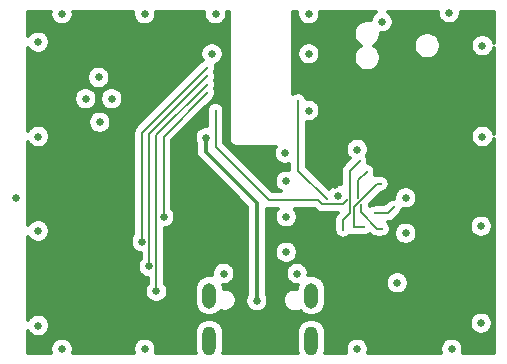
<source format=gbr>
%TF.GenerationSoftware,KiCad,Pcbnew,5.1.10-88a1d61d58~90~ubuntu20.04.1*%
%TF.CreationDate,2021-08-17T16:43:52+02:00*%
%TF.ProjectId,s1-ecg-demo,73312d65-6367-42d6-9465-6d6f2e6b6963,1*%
%TF.SameCoordinates,Original*%
%TF.FileFunction,Copper,L2,Inr*%
%TF.FilePolarity,Positive*%
%FSLAX46Y46*%
G04 Gerber Fmt 4.6, Leading zero omitted, Abs format (unit mm)*
G04 Created by KiCad (PCBNEW 5.1.10-88a1d61d58~90~ubuntu20.04.1) date 2021-08-17 16:43:52*
%MOMM*%
%LPD*%
G01*
G04 APERTURE LIST*
%TA.AperFunction,ComponentPad*%
%ADD10O,1.158000X2.458000*%
%TD*%
%TA.AperFunction,ComponentPad*%
%ADD11O,1.158000X2.158000*%
%TD*%
%TA.AperFunction,ViaPad*%
%ADD12C,0.200000*%
%TD*%
%TA.AperFunction,ViaPad*%
%ADD13C,0.650000*%
%TD*%
%TA.AperFunction,Conductor*%
%ADD14C,0.200000*%
%TD*%
%TA.AperFunction,Conductor*%
%ADD15C,0.350000*%
%TD*%
%TA.AperFunction,Conductor*%
%ADD16C,0.300000*%
%TD*%
%TA.AperFunction,Conductor*%
%ADD17C,0.100000*%
%TD*%
G04 APERTURE END LIST*
D10*
%TO.N,*%
%TO.C,J4*%
X134779998Y-116996000D03*
D11*
X134779998Y-113170999D03*
D10*
X143420001Y-116996000D03*
D11*
X143419601Y-113170999D03*
%TD*%
D12*
%TO.N,Net-(C1-Pad2)*%
X148100000Y-102700000D03*
X147400036Y-104900000D03*
%TO.N,Net-(C2-Pad2)*%
X147500000Y-101800000D03*
X146099982Y-107600000D03*
D13*
%TO.N,/ECG_OUT*%
X150700000Y-112100000D03*
D12*
%TO.N,Net-(C3-Pad2)*%
X149400000Y-107500006D03*
X147600000Y-105500000D03*
%TO.N,Net-(C3-Pad1)*%
X148800000Y-106200000D03*
X150400000Y-105700000D03*
%TO.N,Net-(C4-Pad1)*%
X149300000Y-103700000D03*
X147200000Y-105499996D03*
X147900000Y-107399992D03*
X147000000Y-107400010D03*
D13*
%TO.N,GND*%
X122300000Y-89300000D03*
X129300000Y-89300000D03*
X135300000Y-89300000D03*
X143200000Y-97500000D03*
X136000000Y-111300000D03*
X145700000Y-104700000D03*
X135000000Y-92700000D03*
X143200000Y-92700000D03*
X143200000Y-89300000D03*
X149400000Y-90000000D03*
X147300000Y-100800000D03*
X125400000Y-94700000D03*
X126500000Y-96500000D03*
X124300000Y-96500000D03*
X125500000Y-98500000D03*
X141300000Y-109500000D03*
X141300000Y-106500000D03*
X141300000Y-103500000D03*
X120300000Y-91700000D03*
X120300000Y-107700000D03*
X122300000Y-117700000D03*
X120300000Y-115700000D03*
X120300000Y-99700000D03*
X129300000Y-117700000D03*
X155300000Y-117700000D03*
X147300000Y-117700000D03*
X155100000Y-89200000D03*
X157900000Y-92000000D03*
X157900000Y-99700000D03*
X157800000Y-107300000D03*
X157800000Y-115500000D03*
X142200000Y-111300000D03*
%TO.N,+1V8*%
X143200000Y-95399994D03*
X153399981Y-90000019D03*
X145399994Y-103800000D03*
%TO.N,/VBUS*%
X138800000Y-113600000D03*
X134500000Y-99800000D03*
%TO.N,/VBAT*%
X141200000Y-101100008D03*
D12*
%TO.N,/LED2*%
X134600000Y-93900000D03*
D13*
X129100000Y-108600000D03*
D12*
%TO.N,/LED3*%
X134600000Y-94600000D03*
D13*
X129700000Y-110700000D03*
D12*
%TO.N,/LED4*%
X134600000Y-95300000D03*
D13*
X130300000Y-112800000D03*
D12*
%TO.N,/LED1*%
X134600000Y-96000000D03*
D13*
X130900000Y-106500000D03*
D12*
%TO.N,/~SDN*%
X135300000Y-97499998D03*
X146399988Y-105100000D03*
%TO.N,/LOD*%
X142300000Y-96700000D03*
X144699999Y-105000005D03*
D13*
%TO.N,Net-(J1-Pad1)*%
X118400000Y-104900000D03*
X151400000Y-104900000D03*
%TO.N,Net-(J3-Pad1)*%
X151400000Y-107900000D03*
%TD*%
D14*
%TO.N,Net-(C1-Pad2)*%
X148100000Y-102700000D02*
X147400036Y-103399964D01*
X147400036Y-103399964D02*
X147400036Y-104900000D01*
%TO.N,Net-(C2-Pad2)*%
X146700000Y-102600000D02*
X147500000Y-101800000D01*
X146700000Y-106200000D02*
X146700000Y-102600000D01*
X146099982Y-106800018D02*
X146700000Y-106200000D01*
X146099982Y-107600000D02*
X146099982Y-106800018D01*
%TO.N,Net-(C3-Pad2)*%
X149000006Y-107500006D02*
X149400000Y-107500006D01*
X147600000Y-106100000D02*
X149000006Y-107500006D01*
X147600000Y-105500000D02*
X147600000Y-106100000D01*
%TO.N,Net-(C3-Pad1)*%
X148800000Y-106200000D02*
X149900000Y-106200000D01*
X149900000Y-106200000D02*
X150400000Y-105700000D01*
%TO.N,Net-(C4-Pad1)*%
X147899982Y-107400010D02*
X147900000Y-107399992D01*
X147000000Y-107400010D02*
X147899982Y-107400010D01*
X147000000Y-105699996D02*
X147000000Y-107400010D01*
X147200000Y-105499996D02*
X147000000Y-105699996D01*
X149000000Y-103700000D02*
X149300000Y-103700000D01*
X147200000Y-105500000D02*
X149000000Y-103700000D01*
X147200000Y-105499996D02*
X147200000Y-105500000D01*
D15*
%TO.N,/VBUS*%
X134500000Y-101000000D02*
X134500000Y-99800000D01*
X138800000Y-105300000D02*
X134500000Y-101000000D01*
X138800000Y-113600000D02*
X138800000Y-105300000D01*
D14*
%TO.N,/LED2*%
X129100000Y-99400000D02*
X129100000Y-108600000D01*
X134600000Y-93900000D02*
X129100000Y-99400000D01*
X129100000Y-108600000D02*
X129100000Y-108600000D01*
%TO.N,/LED3*%
X129700000Y-110600000D02*
X129700000Y-110600000D01*
X134600000Y-94600000D02*
X129700000Y-99500000D01*
X129700000Y-99500000D02*
X129700000Y-110700000D01*
%TO.N,/LED4*%
X134600000Y-95300000D02*
X130300000Y-99600000D01*
X130300000Y-99600000D02*
X130300000Y-112800000D01*
X130300000Y-112800000D02*
X130300000Y-112800000D01*
%TO.N,/LED1*%
X130900000Y-99700000D02*
X130900000Y-106500000D01*
X134600000Y-96000000D02*
X130900000Y-99700000D01*
X130900000Y-106500000D02*
X130900000Y-106500000D01*
%TO.N,/~SDN*%
X146099988Y-105400000D02*
X146399988Y-105100000D01*
X144300000Y-105400000D02*
X146099988Y-105400000D01*
X144000000Y-105100000D02*
X144300000Y-105400000D01*
X139800000Y-105100000D02*
X144000000Y-105100000D01*
X135300000Y-100600000D02*
X139800000Y-105100000D01*
X135300000Y-97499998D02*
X135300000Y-100600000D01*
%TO.N,/LOD*%
X142300000Y-96700000D02*
X142300000Y-102600006D01*
X142300000Y-102600006D02*
X144699999Y-105000005D01*
%TD*%
D16*
%TO.N,+1V8*%
X121325000Y-89203971D02*
X121325000Y-89396029D01*
X121362468Y-89584397D01*
X121435966Y-89761836D01*
X121542668Y-89921527D01*
X121678473Y-90057332D01*
X121838164Y-90164034D01*
X122015603Y-90237532D01*
X122203971Y-90275000D01*
X122396029Y-90275000D01*
X122584397Y-90237532D01*
X122761836Y-90164034D01*
X122921527Y-90057332D01*
X123057332Y-89921527D01*
X123164034Y-89761836D01*
X123237532Y-89584397D01*
X123275000Y-89396029D01*
X123275000Y-89203971D01*
X123269237Y-89175000D01*
X128330763Y-89175000D01*
X128325000Y-89203971D01*
X128325000Y-89396029D01*
X128362468Y-89584397D01*
X128435966Y-89761836D01*
X128542668Y-89921527D01*
X128678473Y-90057332D01*
X128838164Y-90164034D01*
X129015603Y-90237532D01*
X129203971Y-90275000D01*
X129396029Y-90275000D01*
X129584397Y-90237532D01*
X129761836Y-90164034D01*
X129921527Y-90057332D01*
X130057332Y-89921527D01*
X130164034Y-89761836D01*
X130237532Y-89584397D01*
X130275000Y-89396029D01*
X130275000Y-89203971D01*
X130269237Y-89175000D01*
X134330763Y-89175000D01*
X134325000Y-89203971D01*
X134325000Y-89396029D01*
X134362468Y-89584397D01*
X134435966Y-89761836D01*
X134542668Y-89921527D01*
X134678473Y-90057332D01*
X134838164Y-90164034D01*
X135015603Y-90237532D01*
X135203971Y-90275000D01*
X135396029Y-90275000D01*
X135584397Y-90237532D01*
X135761836Y-90164034D01*
X135921527Y-90057332D01*
X136057332Y-89921527D01*
X136164034Y-89761836D01*
X136237532Y-89584397D01*
X136275000Y-89396029D01*
X136275000Y-89203971D01*
X136269237Y-89175000D01*
X136425001Y-89175000D01*
X136425000Y-99866841D01*
X136421734Y-99900000D01*
X136434767Y-100032323D01*
X136473364Y-100159561D01*
X136536042Y-100276824D01*
X136620394Y-100379606D01*
X136692944Y-100439147D01*
X136723176Y-100463958D01*
X136840439Y-100526636D01*
X136967677Y-100565233D01*
X137100000Y-100578266D01*
X137133159Y-100575000D01*
X140378176Y-100575000D01*
X140335966Y-100638172D01*
X140262468Y-100815611D01*
X140225000Y-101003979D01*
X140225000Y-101196037D01*
X140262468Y-101384405D01*
X140335966Y-101561844D01*
X140442668Y-101721535D01*
X140578473Y-101857340D01*
X140738164Y-101964042D01*
X140915603Y-102037540D01*
X141103971Y-102075008D01*
X141296029Y-102075008D01*
X141484397Y-102037540D01*
X141550001Y-102010366D01*
X141550001Y-102555626D01*
X141396029Y-102525000D01*
X141203971Y-102525000D01*
X141015603Y-102562468D01*
X140838164Y-102635966D01*
X140678473Y-102742668D01*
X140542668Y-102878473D01*
X140435966Y-103038164D01*
X140362468Y-103215603D01*
X140325000Y-103403971D01*
X140325000Y-103596029D01*
X140362468Y-103784397D01*
X140435966Y-103961836D01*
X140542668Y-104121527D01*
X140678473Y-104257332D01*
X140817161Y-104350000D01*
X140110660Y-104350000D01*
X136050000Y-100289341D01*
X136050000Y-97426129D01*
X136042775Y-97389806D01*
X136039147Y-97352972D01*
X136028403Y-97317555D01*
X136021178Y-97281231D01*
X136007005Y-97247014D01*
X135996261Y-97211597D01*
X135978813Y-97178954D01*
X135964641Y-97144740D01*
X135944068Y-97113951D01*
X135926619Y-97081305D01*
X135903137Y-97052693D01*
X135882563Y-97021901D01*
X135856374Y-96995712D01*
X135832895Y-96967103D01*
X135804287Y-96943625D01*
X135778097Y-96917435D01*
X135747301Y-96896858D01*
X135718692Y-96873379D01*
X135686051Y-96855932D01*
X135655258Y-96835357D01*
X135621040Y-96821183D01*
X135588400Y-96803737D01*
X135552987Y-96792994D01*
X135518767Y-96778820D01*
X135482440Y-96771594D01*
X135447025Y-96760851D01*
X135410193Y-96757223D01*
X135373869Y-96749998D01*
X135336835Y-96749998D01*
X135300000Y-96746370D01*
X135263165Y-96749998D01*
X135226131Y-96749998D01*
X135189808Y-96757223D01*
X135152974Y-96760851D01*
X135117557Y-96771595D01*
X135081233Y-96778820D01*
X135047016Y-96792993D01*
X135011599Y-96803737D01*
X134978956Y-96821185D01*
X134944742Y-96835357D01*
X134913953Y-96855930D01*
X134881307Y-96873379D01*
X134852695Y-96896861D01*
X134821903Y-96917435D01*
X134795714Y-96943624D01*
X134767105Y-96967103D01*
X134743627Y-96995711D01*
X134717437Y-97021901D01*
X134696860Y-97052697D01*
X134673381Y-97081306D01*
X134655934Y-97113947D01*
X134635359Y-97144740D01*
X134621185Y-97178958D01*
X134603739Y-97211598D01*
X134592996Y-97247011D01*
X134578822Y-97281231D01*
X134571596Y-97317558D01*
X134560853Y-97352973D01*
X134557225Y-97389805D01*
X134550000Y-97426129D01*
X134550000Y-98825000D01*
X134403971Y-98825000D01*
X134215603Y-98862468D01*
X134038164Y-98935966D01*
X133878473Y-99042668D01*
X133742668Y-99178473D01*
X133635966Y-99338164D01*
X133562468Y-99515603D01*
X133525000Y-99703971D01*
X133525000Y-99896029D01*
X133562468Y-100084397D01*
X133635966Y-100261836D01*
X133675001Y-100320255D01*
X133675000Y-100959486D01*
X133671010Y-101000000D01*
X133675000Y-101040513D01*
X133675000Y-101040520D01*
X133686938Y-101161727D01*
X133734112Y-101317240D01*
X133810719Y-101460562D01*
X133913815Y-101586185D01*
X133945296Y-101612021D01*
X137975001Y-105641727D01*
X137975000Y-113079745D01*
X137935966Y-113138164D01*
X137862468Y-113315603D01*
X137825000Y-113503971D01*
X137825000Y-113696029D01*
X137862468Y-113884397D01*
X137935966Y-114061836D01*
X138042668Y-114221527D01*
X138178473Y-114357332D01*
X138338164Y-114464034D01*
X138515603Y-114537532D01*
X138703971Y-114575000D01*
X138896029Y-114575000D01*
X139084397Y-114537532D01*
X139261836Y-114464034D01*
X139421527Y-114357332D01*
X139557332Y-114221527D01*
X139664034Y-114061836D01*
X139737532Y-113884397D01*
X139775000Y-113696029D01*
X139775000Y-113554001D01*
X141020282Y-113554001D01*
X141039107Y-113745134D01*
X141094859Y-113928922D01*
X141185394Y-114098303D01*
X141307234Y-114246766D01*
X141455697Y-114368606D01*
X141625078Y-114459141D01*
X141808866Y-114514893D01*
X141952107Y-114529001D01*
X142247891Y-114529001D01*
X142391132Y-114514893D01*
X142496139Y-114483039D01*
X142546363Y-114544238D01*
X142733503Y-114697819D01*
X142947009Y-114811940D01*
X143178676Y-114882216D01*
X143419601Y-114905945D01*
X143660527Y-114882216D01*
X143892194Y-114811940D01*
X144105700Y-114697819D01*
X144292840Y-114544238D01*
X144446421Y-114357098D01*
X144560542Y-114143592D01*
X144630818Y-113911925D01*
X144648601Y-113731370D01*
X144648601Y-112610628D01*
X144630818Y-112430073D01*
X144560542Y-112198406D01*
X144456615Y-112003971D01*
X149725000Y-112003971D01*
X149725000Y-112196029D01*
X149762468Y-112384397D01*
X149835966Y-112561836D01*
X149942668Y-112721527D01*
X150078473Y-112857332D01*
X150238164Y-112964034D01*
X150415603Y-113037532D01*
X150603971Y-113075000D01*
X150796029Y-113075000D01*
X150984397Y-113037532D01*
X151161836Y-112964034D01*
X151321527Y-112857332D01*
X151457332Y-112721527D01*
X151564034Y-112561836D01*
X151637532Y-112384397D01*
X151675000Y-112196029D01*
X151675000Y-112003971D01*
X151637532Y-111815603D01*
X151564034Y-111638164D01*
X151457332Y-111478473D01*
X151321527Y-111342668D01*
X151161836Y-111235966D01*
X150984397Y-111162468D01*
X150796029Y-111125000D01*
X150603971Y-111125000D01*
X150415603Y-111162468D01*
X150238164Y-111235966D01*
X150078473Y-111342668D01*
X149942668Y-111478473D01*
X149835966Y-111638164D01*
X149762468Y-111815603D01*
X149725000Y-112003971D01*
X144456615Y-112003971D01*
X144446421Y-111984900D01*
X144292840Y-111797760D01*
X144105699Y-111644179D01*
X143892193Y-111530058D01*
X143660526Y-111459782D01*
X143419601Y-111436053D01*
X143178675Y-111459782D01*
X143161269Y-111465062D01*
X143175000Y-111396029D01*
X143175000Y-111203971D01*
X143137532Y-111015603D01*
X143064034Y-110838164D01*
X142957332Y-110678473D01*
X142821527Y-110542668D01*
X142661836Y-110435966D01*
X142484397Y-110362468D01*
X142296029Y-110325000D01*
X142103971Y-110325000D01*
X141915603Y-110362468D01*
X141738164Y-110435966D01*
X141578473Y-110542668D01*
X141442668Y-110678473D01*
X141335966Y-110838164D01*
X141262468Y-111015603D01*
X141225000Y-111203971D01*
X141225000Y-111396029D01*
X141262468Y-111584397D01*
X141335966Y-111761836D01*
X141442668Y-111921527D01*
X141578473Y-112057332D01*
X141738164Y-112164034D01*
X141915603Y-112237532D01*
X142103971Y-112275000D01*
X142255426Y-112275000D01*
X142208384Y-112430074D01*
X142193716Y-112579001D01*
X141952107Y-112579001D01*
X141808866Y-112593109D01*
X141625078Y-112648861D01*
X141455697Y-112739396D01*
X141307234Y-112861236D01*
X141185394Y-113009699D01*
X141094859Y-113179080D01*
X141039107Y-113362868D01*
X141020282Y-113554001D01*
X139775000Y-113554001D01*
X139775000Y-113503971D01*
X139737532Y-113315603D01*
X139664034Y-113138164D01*
X139625000Y-113079745D01*
X139625000Y-109403971D01*
X140325000Y-109403971D01*
X140325000Y-109596029D01*
X140362468Y-109784397D01*
X140435966Y-109961836D01*
X140542668Y-110121527D01*
X140678473Y-110257332D01*
X140838164Y-110364034D01*
X141015603Y-110437532D01*
X141203971Y-110475000D01*
X141396029Y-110475000D01*
X141584397Y-110437532D01*
X141761836Y-110364034D01*
X141921527Y-110257332D01*
X142057332Y-110121527D01*
X142164034Y-109961836D01*
X142237532Y-109784397D01*
X142275000Y-109596029D01*
X142275000Y-109403971D01*
X142237532Y-109215603D01*
X142164034Y-109038164D01*
X142057332Y-108878473D01*
X141921527Y-108742668D01*
X141761836Y-108635966D01*
X141584397Y-108562468D01*
X141396029Y-108525000D01*
X141203971Y-108525000D01*
X141015603Y-108562468D01*
X140838164Y-108635966D01*
X140678473Y-108742668D01*
X140542668Y-108878473D01*
X140435966Y-109038164D01*
X140362468Y-109215603D01*
X140325000Y-109403971D01*
X139625000Y-109403971D01*
X139625000Y-105830661D01*
X139652974Y-105839147D01*
X139763165Y-105850000D01*
X139763172Y-105850000D01*
X139799999Y-105853627D01*
X139836827Y-105850000D01*
X140571141Y-105850000D01*
X140542668Y-105878473D01*
X140435966Y-106038164D01*
X140362468Y-106215603D01*
X140325000Y-106403971D01*
X140325000Y-106596029D01*
X140362468Y-106784397D01*
X140435966Y-106961836D01*
X140542668Y-107121527D01*
X140678473Y-107257332D01*
X140838164Y-107364034D01*
X141015603Y-107437532D01*
X141203971Y-107475000D01*
X141396029Y-107475000D01*
X141584397Y-107437532D01*
X141761836Y-107364034D01*
X141921527Y-107257332D01*
X142057332Y-107121527D01*
X142164034Y-106961836D01*
X142237532Y-106784397D01*
X142275000Y-106596029D01*
X142275000Y-106403971D01*
X142237532Y-106215603D01*
X142164034Y-106038164D01*
X142057332Y-105878473D01*
X142028859Y-105850000D01*
X143689341Y-105850000D01*
X143743621Y-105904280D01*
X143767105Y-105932895D01*
X143881307Y-106026619D01*
X144011599Y-106096261D01*
X144152974Y-106139147D01*
X144263165Y-106150000D01*
X144263172Y-106150000D01*
X144299999Y-106153627D01*
X144336827Y-106150000D01*
X145689341Y-106150000D01*
X145595697Y-106243644D01*
X145567088Y-106267123D01*
X145543609Y-106295732D01*
X145543606Y-106295735D01*
X145519589Y-106325000D01*
X145473364Y-106381325D01*
X145444158Y-106435966D01*
X145403721Y-106511618D01*
X145394302Y-106542668D01*
X145360835Y-106652992D01*
X145349982Y-106763183D01*
X145349982Y-106763191D01*
X145346355Y-106800018D01*
X145349982Y-106836845D01*
X145349982Y-107673869D01*
X145357207Y-107710193D01*
X145360835Y-107747025D01*
X145371578Y-107782440D01*
X145378804Y-107818767D01*
X145392978Y-107852987D01*
X145403721Y-107888400D01*
X145421167Y-107921040D01*
X145435341Y-107955258D01*
X145455916Y-107986051D01*
X145473363Y-108018692D01*
X145496842Y-108047301D01*
X145517419Y-108078097D01*
X145543609Y-108104287D01*
X145567087Y-108132895D01*
X145595696Y-108156374D01*
X145621885Y-108182563D01*
X145652677Y-108203137D01*
X145681289Y-108226619D01*
X145713935Y-108244068D01*
X145744724Y-108264641D01*
X145778938Y-108278813D01*
X145811581Y-108296261D01*
X145846998Y-108307005D01*
X145881215Y-108321178D01*
X145917539Y-108328403D01*
X145952956Y-108339147D01*
X145989790Y-108342775D01*
X146026113Y-108350000D01*
X146063147Y-108350000D01*
X146099982Y-108353628D01*
X146136817Y-108350000D01*
X146173851Y-108350000D01*
X146210175Y-108342775D01*
X146247007Y-108339147D01*
X146282422Y-108328404D01*
X146318749Y-108321178D01*
X146352969Y-108307004D01*
X146388382Y-108296261D01*
X146421022Y-108278815D01*
X146455240Y-108264641D01*
X146486033Y-108244066D01*
X146518674Y-108226619D01*
X146547283Y-108203140D01*
X146578079Y-108182563D01*
X146604269Y-108156373D01*
X146632877Y-108132895D01*
X146656356Y-108104286D01*
X146680822Y-108079820D01*
X146711599Y-108096271D01*
X146747016Y-108107015D01*
X146781233Y-108121188D01*
X146817557Y-108128413D01*
X146852974Y-108139157D01*
X146889808Y-108142785D01*
X146926131Y-108150010D01*
X146963165Y-108150010D01*
X147000000Y-108153638D01*
X147036835Y-108150010D01*
X147863155Y-108150010D01*
X147899982Y-108153637D01*
X147936809Y-108150010D01*
X147936817Y-108150010D01*
X147937000Y-108149992D01*
X147973869Y-108149992D01*
X148010031Y-108142799D01*
X148047008Y-108139157D01*
X148082563Y-108128371D01*
X148118767Y-108121170D01*
X148152871Y-108107044D01*
X148188383Y-108096271D01*
X148221114Y-108078776D01*
X148255258Y-108064633D01*
X148285985Y-108044102D01*
X148318675Y-108026629D01*
X148347327Y-108003115D01*
X148378097Y-107982555D01*
X148399996Y-107960656D01*
X148443636Y-108004297D01*
X148467111Y-108032901D01*
X148495714Y-108056375D01*
X148495721Y-108056382D01*
X148569931Y-108117284D01*
X148581313Y-108126625D01*
X148711605Y-108196267D01*
X148852980Y-108239153D01*
X148963171Y-108250006D01*
X148963180Y-108250006D01*
X149000005Y-108253633D01*
X149036830Y-108250006D01*
X149473869Y-108250006D01*
X149510192Y-108242781D01*
X149547026Y-108239153D01*
X149582443Y-108228409D01*
X149618767Y-108221184D01*
X149652984Y-108207011D01*
X149688401Y-108196267D01*
X149721044Y-108178819D01*
X149755258Y-108164647D01*
X149786047Y-108144074D01*
X149818693Y-108126625D01*
X149847305Y-108103143D01*
X149878097Y-108082569D01*
X149904286Y-108056380D01*
X149932895Y-108032901D01*
X149956374Y-108004292D01*
X149982563Y-107978103D01*
X150003137Y-107947311D01*
X150026619Y-107918699D01*
X150044068Y-107886053D01*
X150064641Y-107855264D01*
X150078813Y-107821050D01*
X150087941Y-107803971D01*
X150425000Y-107803971D01*
X150425000Y-107996029D01*
X150462468Y-108184397D01*
X150535966Y-108361836D01*
X150642668Y-108521527D01*
X150778473Y-108657332D01*
X150938164Y-108764034D01*
X151115603Y-108837532D01*
X151303971Y-108875000D01*
X151496029Y-108875000D01*
X151684397Y-108837532D01*
X151861836Y-108764034D01*
X152021527Y-108657332D01*
X152157332Y-108521527D01*
X152264034Y-108361836D01*
X152337532Y-108184397D01*
X152375000Y-107996029D01*
X152375000Y-107803971D01*
X152337532Y-107615603D01*
X152264034Y-107438164D01*
X152157332Y-107278473D01*
X152082830Y-107203971D01*
X156825000Y-107203971D01*
X156825000Y-107396029D01*
X156862468Y-107584397D01*
X156935966Y-107761836D01*
X157042668Y-107921527D01*
X157178473Y-108057332D01*
X157338164Y-108164034D01*
X157515603Y-108237532D01*
X157703971Y-108275000D01*
X157896029Y-108275000D01*
X158084397Y-108237532D01*
X158261836Y-108164034D01*
X158421527Y-108057332D01*
X158557332Y-107921527D01*
X158664034Y-107761836D01*
X158737532Y-107584397D01*
X158775000Y-107396029D01*
X158775000Y-107203971D01*
X158737532Y-107015603D01*
X158664034Y-106838164D01*
X158557332Y-106678473D01*
X158421527Y-106542668D01*
X158261836Y-106435966D01*
X158084397Y-106362468D01*
X157896029Y-106325000D01*
X157703971Y-106325000D01*
X157515603Y-106362468D01*
X157338164Y-106435966D01*
X157178473Y-106542668D01*
X157042668Y-106678473D01*
X156935966Y-106838164D01*
X156862468Y-107015603D01*
X156825000Y-107203971D01*
X152082830Y-107203971D01*
X152021527Y-107142668D01*
X151861836Y-107035966D01*
X151684397Y-106962468D01*
X151496029Y-106925000D01*
X151303971Y-106925000D01*
X151115603Y-106962468D01*
X150938164Y-107035966D01*
X150778473Y-107142668D01*
X150642668Y-107278473D01*
X150535966Y-107438164D01*
X150462468Y-107615603D01*
X150425000Y-107803971D01*
X150087941Y-107803971D01*
X150096261Y-107788407D01*
X150107005Y-107752990D01*
X150121178Y-107718773D01*
X150128403Y-107682449D01*
X150139147Y-107647032D01*
X150142775Y-107610198D01*
X150150000Y-107573875D01*
X150150000Y-107536841D01*
X150153628Y-107500006D01*
X150150000Y-107463171D01*
X150150000Y-107426137D01*
X150142775Y-107389814D01*
X150139147Y-107352980D01*
X150128403Y-107317563D01*
X150121178Y-107281239D01*
X150107005Y-107247022D01*
X150096261Y-107211605D01*
X150078813Y-107178962D01*
X150064641Y-107144748D01*
X150044068Y-107113959D01*
X150026619Y-107081313D01*
X150003137Y-107052701D01*
X149982563Y-107021909D01*
X149956374Y-106995720D01*
X149932895Y-106967111D01*
X149914701Y-106952179D01*
X149936827Y-106950000D01*
X149936835Y-106950000D01*
X150047026Y-106939147D01*
X150188401Y-106896261D01*
X150318693Y-106826619D01*
X150432895Y-106732895D01*
X150456379Y-106704280D01*
X150878094Y-106282565D01*
X150878097Y-106282563D01*
X150982563Y-106178097D01*
X151003138Y-106147304D01*
X151026619Y-106118693D01*
X151044068Y-106086047D01*
X151064641Y-106055258D01*
X151078813Y-106021044D01*
X151096261Y-105988401D01*
X151107005Y-105952984D01*
X151121178Y-105918767D01*
X151128403Y-105882443D01*
X151139147Y-105847026D01*
X151139612Y-105842308D01*
X151303971Y-105875000D01*
X151496029Y-105875000D01*
X151684397Y-105837532D01*
X151861836Y-105764034D01*
X152021527Y-105657332D01*
X152157332Y-105521527D01*
X152264034Y-105361836D01*
X152337532Y-105184397D01*
X152375000Y-104996029D01*
X152375000Y-104803971D01*
X152337532Y-104615603D01*
X152264034Y-104438164D01*
X152157332Y-104278473D01*
X152021527Y-104142668D01*
X151861836Y-104035966D01*
X151684397Y-103962468D01*
X151496029Y-103925000D01*
X151303971Y-103925000D01*
X151115603Y-103962468D01*
X150938164Y-104035966D01*
X150778473Y-104142668D01*
X150642668Y-104278473D01*
X150535966Y-104438164D01*
X150462468Y-104615603D01*
X150425000Y-104803971D01*
X150425000Y-104948835D01*
X150400000Y-104946373D01*
X150363172Y-104950000D01*
X150326131Y-104950000D01*
X150289805Y-104957226D01*
X150252974Y-104960853D01*
X150217557Y-104971597D01*
X150181233Y-104978822D01*
X150147016Y-104992995D01*
X150111599Y-105003739D01*
X150078956Y-105021187D01*
X150044742Y-105035359D01*
X150013953Y-105055932D01*
X149981307Y-105073381D01*
X149952696Y-105096862D01*
X149921903Y-105117437D01*
X149817437Y-105221903D01*
X149817435Y-105221906D01*
X149589341Y-105450000D01*
X148726131Y-105450000D01*
X148689808Y-105457225D01*
X148652974Y-105460853D01*
X148617557Y-105471597D01*
X148581233Y-105478822D01*
X148547016Y-105492995D01*
X148511599Y-105503739D01*
X148478956Y-105521187D01*
X148444742Y-105535359D01*
X148413953Y-105555932D01*
X148381307Y-105573381D01*
X148352695Y-105596863D01*
X148350000Y-105598663D01*
X148350000Y-105426131D01*
X148347433Y-105413227D01*
X149310661Y-104450000D01*
X149373869Y-104450000D01*
X149410192Y-104442775D01*
X149447026Y-104439147D01*
X149482443Y-104428403D01*
X149518767Y-104421178D01*
X149552984Y-104407005D01*
X149588401Y-104396261D01*
X149621044Y-104378813D01*
X149655258Y-104364641D01*
X149686047Y-104344068D01*
X149718693Y-104326619D01*
X149747305Y-104303137D01*
X149778097Y-104282563D01*
X149804286Y-104256374D01*
X149832895Y-104232895D01*
X149856375Y-104204285D01*
X149882563Y-104178097D01*
X149903137Y-104147305D01*
X149926619Y-104118693D01*
X149944068Y-104086047D01*
X149964641Y-104055258D01*
X149978813Y-104021044D01*
X149996261Y-103988401D01*
X150007005Y-103952984D01*
X150021178Y-103918767D01*
X150028403Y-103882443D01*
X150039147Y-103847026D01*
X150042775Y-103810192D01*
X150050000Y-103773869D01*
X150050000Y-103736835D01*
X150053628Y-103700000D01*
X150050000Y-103663165D01*
X150050000Y-103626131D01*
X150042775Y-103589808D01*
X150039147Y-103552974D01*
X150028403Y-103517557D01*
X150021178Y-103481233D01*
X150007005Y-103447016D01*
X149996261Y-103411599D01*
X149978813Y-103378956D01*
X149964641Y-103344742D01*
X149944068Y-103313953D01*
X149926619Y-103281307D01*
X149903137Y-103252695D01*
X149882563Y-103221903D01*
X149856374Y-103195714D01*
X149832895Y-103167105D01*
X149804284Y-103143624D01*
X149778097Y-103117437D01*
X149747305Y-103096863D01*
X149718693Y-103073381D01*
X149686047Y-103055932D01*
X149655258Y-103035359D01*
X149621044Y-103021187D01*
X149588401Y-103003739D01*
X149552984Y-102992995D01*
X149518767Y-102978822D01*
X149482443Y-102971597D01*
X149447026Y-102960853D01*
X149410192Y-102957225D01*
X149373869Y-102950000D01*
X149036824Y-102950000D01*
X148999999Y-102946373D01*
X148963174Y-102950000D01*
X148963165Y-102950000D01*
X148852974Y-102960853D01*
X148799717Y-102977008D01*
X148807005Y-102952984D01*
X148821178Y-102918767D01*
X148828403Y-102882443D01*
X148839147Y-102847026D01*
X148842774Y-102810195D01*
X148850000Y-102773869D01*
X148850000Y-102736828D01*
X148853627Y-102700000D01*
X148850000Y-102663172D01*
X148850000Y-102626131D01*
X148842774Y-102589805D01*
X148839147Y-102552974D01*
X148828403Y-102517558D01*
X148821178Y-102481233D01*
X148807004Y-102447014D01*
X148796261Y-102411600D01*
X148778814Y-102378959D01*
X148764641Y-102344742D01*
X148744068Y-102313952D01*
X148726619Y-102281307D01*
X148703137Y-102252695D01*
X148682563Y-102221903D01*
X148656374Y-102195714D01*
X148632895Y-102167105D01*
X148604284Y-102143624D01*
X148578097Y-102117437D01*
X148547305Y-102096863D01*
X148518693Y-102073381D01*
X148486048Y-102055932D01*
X148455258Y-102035359D01*
X148421041Y-102021186D01*
X148388400Y-102003739D01*
X148352986Y-101992996D01*
X148318767Y-101978822D01*
X148282442Y-101971597D01*
X148247026Y-101960853D01*
X148235303Y-101959698D01*
X148239147Y-101947026D01*
X148242774Y-101910195D01*
X148250000Y-101873869D01*
X148250000Y-101836828D01*
X148253627Y-101800000D01*
X148250000Y-101763173D01*
X148250000Y-101726131D01*
X148242774Y-101689805D01*
X148239147Y-101652975D01*
X148228404Y-101617560D01*
X148221178Y-101581233D01*
X148207004Y-101547013D01*
X148196261Y-101511600D01*
X148178815Y-101478960D01*
X148164641Y-101444742D01*
X148144066Y-101413949D01*
X148126619Y-101381308D01*
X148103240Y-101352821D01*
X148164034Y-101261836D01*
X148237532Y-101084397D01*
X148275000Y-100896029D01*
X148275000Y-100703971D01*
X148237532Y-100515603D01*
X148164034Y-100338164D01*
X148057332Y-100178473D01*
X147921527Y-100042668D01*
X147761836Y-99935966D01*
X147584397Y-99862468D01*
X147396029Y-99825000D01*
X147203971Y-99825000D01*
X147015603Y-99862468D01*
X146838164Y-99935966D01*
X146678473Y-100042668D01*
X146542668Y-100178473D01*
X146435966Y-100338164D01*
X146362468Y-100515603D01*
X146325000Y-100703971D01*
X146325000Y-100896029D01*
X146362468Y-101084397D01*
X146435966Y-101261836D01*
X146542668Y-101421527D01*
X146678473Y-101557332D01*
X146680592Y-101558748D01*
X146195715Y-102043626D01*
X146167106Y-102067105D01*
X146143627Y-102095714D01*
X146143624Y-102095717D01*
X146125799Y-102117437D01*
X146073382Y-102181307D01*
X146053399Y-102218693D01*
X146003739Y-102311600D01*
X145960853Y-102452975D01*
X145946373Y-102600000D01*
X145950001Y-102636837D01*
X145950001Y-103755626D01*
X145796029Y-103725000D01*
X145603971Y-103725000D01*
X145415603Y-103762468D01*
X145238164Y-103835966D01*
X145078473Y-103942668D01*
X144942668Y-104078473D01*
X144901195Y-104140541D01*
X143050000Y-102289347D01*
X143050000Y-98464265D01*
X143103971Y-98475000D01*
X143296029Y-98475000D01*
X143484397Y-98437532D01*
X143661836Y-98364034D01*
X143821527Y-98257332D01*
X143957332Y-98121527D01*
X144064034Y-97961836D01*
X144137532Y-97784397D01*
X144175000Y-97596029D01*
X144175000Y-97403971D01*
X144137532Y-97215603D01*
X144064034Y-97038164D01*
X143957332Y-96878473D01*
X143821527Y-96742668D01*
X143661836Y-96635966D01*
X143484397Y-96562468D01*
X143296029Y-96525000D01*
X143103971Y-96525000D01*
X143034833Y-96538752D01*
X143028403Y-96517557D01*
X143021178Y-96481233D01*
X143007005Y-96447016D01*
X142996261Y-96411599D01*
X142978813Y-96378956D01*
X142964641Y-96344742D01*
X142944068Y-96313953D01*
X142926619Y-96281307D01*
X142903137Y-96252695D01*
X142882563Y-96221903D01*
X142856374Y-96195714D01*
X142832895Y-96167105D01*
X142804287Y-96143627D01*
X142778097Y-96117437D01*
X142747301Y-96096860D01*
X142718692Y-96073381D01*
X142686051Y-96055934D01*
X142655258Y-96035359D01*
X142621040Y-96021185D01*
X142588400Y-96003739D01*
X142552987Y-95992996D01*
X142518767Y-95978822D01*
X142482440Y-95971596D01*
X142447025Y-95960853D01*
X142410193Y-95957225D01*
X142373869Y-95950000D01*
X142336835Y-95950000D01*
X142300000Y-95946372D01*
X142263165Y-95950000D01*
X142226131Y-95950000D01*
X142189808Y-95957225D01*
X142152974Y-95960853D01*
X142117557Y-95971597D01*
X142081233Y-95978822D01*
X142047016Y-95992995D01*
X142011599Y-96003739D01*
X141978956Y-96021187D01*
X141944742Y-96035359D01*
X141913953Y-96055932D01*
X141881307Y-96073381D01*
X141875000Y-96078557D01*
X141875000Y-92603971D01*
X142225000Y-92603971D01*
X142225000Y-92796029D01*
X142262468Y-92984397D01*
X142335966Y-93161836D01*
X142442668Y-93321527D01*
X142578473Y-93457332D01*
X142738164Y-93564034D01*
X142915603Y-93637532D01*
X143103971Y-93675000D01*
X143296029Y-93675000D01*
X143484397Y-93637532D01*
X143661836Y-93564034D01*
X143821527Y-93457332D01*
X143957332Y-93321527D01*
X144064034Y-93161836D01*
X144137532Y-92984397D01*
X144175000Y-92796029D01*
X144175000Y-92603971D01*
X144137532Y-92415603D01*
X144064034Y-92238164D01*
X143957332Y-92078473D01*
X143821527Y-91942668D01*
X143661836Y-91835966D01*
X143484397Y-91762468D01*
X143296029Y-91725000D01*
X143103971Y-91725000D01*
X142915603Y-91762468D01*
X142738164Y-91835966D01*
X142578473Y-91942668D01*
X142442668Y-92078473D01*
X142335966Y-92238164D01*
X142262468Y-92415603D01*
X142225000Y-92603971D01*
X141875000Y-92603971D01*
X141875000Y-89175000D01*
X142230763Y-89175000D01*
X142225000Y-89203971D01*
X142225000Y-89396029D01*
X142262468Y-89584397D01*
X142335966Y-89761836D01*
X142442668Y-89921527D01*
X142578473Y-90057332D01*
X142738164Y-90164034D01*
X142915603Y-90237532D01*
X143103971Y-90275000D01*
X143296029Y-90275000D01*
X143484397Y-90237532D01*
X143661836Y-90164034D01*
X143821527Y-90057332D01*
X143957332Y-89921527D01*
X144064034Y-89761836D01*
X144137532Y-89584397D01*
X144175000Y-89396029D01*
X144175000Y-89203971D01*
X144169237Y-89175000D01*
X148879745Y-89175000D01*
X148778473Y-89242668D01*
X148642668Y-89378473D01*
X148535966Y-89538164D01*
X148462468Y-89715603D01*
X148431696Y-89870306D01*
X148272802Y-89838700D01*
X148047198Y-89838700D01*
X147825928Y-89882713D01*
X147617497Y-89969048D01*
X147429914Y-90094387D01*
X147270387Y-90253914D01*
X147145048Y-90441497D01*
X147058713Y-90649928D01*
X147014700Y-90871198D01*
X147014700Y-91096802D01*
X147058713Y-91318072D01*
X147145048Y-91526503D01*
X147270387Y-91714086D01*
X147429914Y-91873613D01*
X147617497Y-91998952D01*
X147620027Y-92000000D01*
X147617497Y-92001048D01*
X147429914Y-92126387D01*
X147270387Y-92285914D01*
X147145048Y-92473497D01*
X147058713Y-92681928D01*
X147014700Y-92903198D01*
X147014700Y-93128802D01*
X147058713Y-93350072D01*
X147145048Y-93558503D01*
X147270387Y-93746086D01*
X147429914Y-93905613D01*
X147617497Y-94030952D01*
X147825928Y-94117287D01*
X148047198Y-94161300D01*
X148272802Y-94161300D01*
X148494072Y-94117287D01*
X148702503Y-94030952D01*
X148890086Y-93905613D01*
X149049613Y-93746086D01*
X149174952Y-93558503D01*
X149261287Y-93350072D01*
X149305300Y-93128802D01*
X149305300Y-92903198D01*
X149261287Y-92681928D01*
X149174952Y-92473497D01*
X149049613Y-92285914D01*
X148890086Y-92126387D01*
X148702503Y-92001048D01*
X148699973Y-92000000D01*
X148702503Y-91998952D01*
X148869754Y-91887198D01*
X152094700Y-91887198D01*
X152094700Y-92112802D01*
X152138713Y-92334072D01*
X152225048Y-92542503D01*
X152350387Y-92730086D01*
X152509914Y-92889613D01*
X152697497Y-93014952D01*
X152905928Y-93101287D01*
X153127198Y-93145300D01*
X153352802Y-93145300D01*
X153574072Y-93101287D01*
X153782503Y-93014952D01*
X153970086Y-92889613D01*
X154129613Y-92730086D01*
X154254952Y-92542503D01*
X154341287Y-92334072D01*
X154385300Y-92112802D01*
X154385300Y-91887198D01*
X154341287Y-91665928D01*
X154254952Y-91457497D01*
X154129613Y-91269914D01*
X153970086Y-91110387D01*
X153782503Y-90985048D01*
X153574072Y-90898713D01*
X153352802Y-90854700D01*
X153127198Y-90854700D01*
X152905928Y-90898713D01*
X152697497Y-90985048D01*
X152509914Y-91110387D01*
X152350387Y-91269914D01*
X152225048Y-91457497D01*
X152138713Y-91665928D01*
X152094700Y-91887198D01*
X148869754Y-91887198D01*
X148890086Y-91873613D01*
X149049613Y-91714086D01*
X149174952Y-91526503D01*
X149261287Y-91318072D01*
X149305300Y-91096802D01*
X149305300Y-90975000D01*
X149496029Y-90975000D01*
X149684397Y-90937532D01*
X149861836Y-90864034D01*
X150021527Y-90757332D01*
X150157332Y-90621527D01*
X150264034Y-90461836D01*
X150337532Y-90284397D01*
X150375000Y-90096029D01*
X150375000Y-89903971D01*
X150337532Y-89715603D01*
X150264034Y-89538164D01*
X150157332Y-89378473D01*
X150021527Y-89242668D01*
X149920255Y-89175000D01*
X154125000Y-89175000D01*
X154125000Y-89296029D01*
X154162468Y-89484397D01*
X154235966Y-89661836D01*
X154342668Y-89821527D01*
X154478473Y-89957332D01*
X154638164Y-90064034D01*
X154815603Y-90137532D01*
X155003971Y-90175000D01*
X155196029Y-90175000D01*
X155384397Y-90137532D01*
X155561836Y-90064034D01*
X155721527Y-89957332D01*
X155857332Y-89821527D01*
X155964034Y-89661836D01*
X156037532Y-89484397D01*
X156075000Y-89296029D01*
X156075000Y-89175000D01*
X158850000Y-89175000D01*
X158850000Y-91778285D01*
X158837532Y-91715603D01*
X158764034Y-91538164D01*
X158657332Y-91378473D01*
X158521527Y-91242668D01*
X158361836Y-91135966D01*
X158184397Y-91062468D01*
X157996029Y-91025000D01*
X157803971Y-91025000D01*
X157615603Y-91062468D01*
X157438164Y-91135966D01*
X157278473Y-91242668D01*
X157142668Y-91378473D01*
X157035966Y-91538164D01*
X156962468Y-91715603D01*
X156925000Y-91903971D01*
X156925000Y-92096029D01*
X156962468Y-92284397D01*
X157035966Y-92461836D01*
X157142668Y-92621527D01*
X157278473Y-92757332D01*
X157438164Y-92864034D01*
X157615603Y-92937532D01*
X157803971Y-92975000D01*
X157996029Y-92975000D01*
X158184397Y-92937532D01*
X158361836Y-92864034D01*
X158521527Y-92757332D01*
X158657332Y-92621527D01*
X158764034Y-92461836D01*
X158837532Y-92284397D01*
X158850000Y-92221715D01*
X158850000Y-99478285D01*
X158837532Y-99415603D01*
X158764034Y-99238164D01*
X158657332Y-99078473D01*
X158521527Y-98942668D01*
X158361836Y-98835966D01*
X158184397Y-98762468D01*
X157996029Y-98725000D01*
X157803971Y-98725000D01*
X157615603Y-98762468D01*
X157438164Y-98835966D01*
X157278473Y-98942668D01*
X157142668Y-99078473D01*
X157035966Y-99238164D01*
X156962468Y-99415603D01*
X156925000Y-99603971D01*
X156925000Y-99796029D01*
X156962468Y-99984397D01*
X157035966Y-100161836D01*
X157142668Y-100321527D01*
X157278473Y-100457332D01*
X157438164Y-100564034D01*
X157615603Y-100637532D01*
X157803971Y-100675000D01*
X157996029Y-100675000D01*
X158184397Y-100637532D01*
X158361836Y-100564034D01*
X158521527Y-100457332D01*
X158657332Y-100321527D01*
X158764034Y-100161836D01*
X158837532Y-99984397D01*
X158850000Y-99921715D01*
X158850000Y-118025000D01*
X156220714Y-118025000D01*
X156237532Y-117984397D01*
X156275000Y-117796029D01*
X156275000Y-117603971D01*
X156237532Y-117415603D01*
X156164034Y-117238164D01*
X156057332Y-117078473D01*
X155921527Y-116942668D01*
X155761836Y-116835966D01*
X155584397Y-116762468D01*
X155396029Y-116725000D01*
X155203971Y-116725000D01*
X155015603Y-116762468D01*
X154838164Y-116835966D01*
X154678473Y-116942668D01*
X154542668Y-117078473D01*
X154435966Y-117238164D01*
X154362468Y-117415603D01*
X154325000Y-117603971D01*
X154325000Y-117796029D01*
X154362468Y-117984397D01*
X154379286Y-118025000D01*
X148220714Y-118025000D01*
X148237532Y-117984397D01*
X148275000Y-117796029D01*
X148275000Y-117603971D01*
X148237532Y-117415603D01*
X148164034Y-117238164D01*
X148057332Y-117078473D01*
X147921527Y-116942668D01*
X147761836Y-116835966D01*
X147584397Y-116762468D01*
X147396029Y-116725000D01*
X147203971Y-116725000D01*
X147015603Y-116762468D01*
X146838164Y-116835966D01*
X146678473Y-116942668D01*
X146542668Y-117078473D01*
X146435966Y-117238164D01*
X146362468Y-117415603D01*
X146325000Y-117603971D01*
X146325000Y-117796029D01*
X146362468Y-117984397D01*
X146379286Y-118025000D01*
X144589333Y-118025000D01*
X144631218Y-117886926D01*
X144649001Y-117706371D01*
X144649001Y-116285629D01*
X144631218Y-116105074D01*
X144560942Y-115873407D01*
X144446821Y-115659901D01*
X144293240Y-115472761D01*
X144209419Y-115403971D01*
X156825000Y-115403971D01*
X156825000Y-115596029D01*
X156862468Y-115784397D01*
X156935966Y-115961836D01*
X157042668Y-116121527D01*
X157178473Y-116257332D01*
X157338164Y-116364034D01*
X157515603Y-116437532D01*
X157703971Y-116475000D01*
X157896029Y-116475000D01*
X158084397Y-116437532D01*
X158261836Y-116364034D01*
X158421527Y-116257332D01*
X158557332Y-116121527D01*
X158664034Y-115961836D01*
X158737532Y-115784397D01*
X158775000Y-115596029D01*
X158775000Y-115403971D01*
X158737532Y-115215603D01*
X158664034Y-115038164D01*
X158557332Y-114878473D01*
X158421527Y-114742668D01*
X158261836Y-114635966D01*
X158084397Y-114562468D01*
X157896029Y-114525000D01*
X157703971Y-114525000D01*
X157515603Y-114562468D01*
X157338164Y-114635966D01*
X157178473Y-114742668D01*
X157042668Y-114878473D01*
X156935966Y-115038164D01*
X156862468Y-115215603D01*
X156825000Y-115403971D01*
X144209419Y-115403971D01*
X144106099Y-115319180D01*
X143892593Y-115205059D01*
X143660926Y-115134783D01*
X143420001Y-115111054D01*
X143179075Y-115134783D01*
X142947408Y-115205059D01*
X142733902Y-115319180D01*
X142546762Y-115472761D01*
X142393181Y-115659902D01*
X142279060Y-115873408D01*
X142208784Y-116105075D01*
X142191001Y-116285630D01*
X142191001Y-117706371D01*
X142208784Y-117886926D01*
X142250669Y-118025000D01*
X135949330Y-118025000D01*
X135991215Y-117886926D01*
X136008998Y-117706371D01*
X136008998Y-116285629D01*
X135991215Y-116105074D01*
X135920939Y-115873407D01*
X135806818Y-115659901D01*
X135653237Y-115472761D01*
X135466096Y-115319180D01*
X135252590Y-115205059D01*
X135020923Y-115134783D01*
X134779998Y-115111054D01*
X134539072Y-115134783D01*
X134307405Y-115205059D01*
X134093899Y-115319180D01*
X133906759Y-115472761D01*
X133753178Y-115659902D01*
X133639057Y-115873408D01*
X133568781Y-116105075D01*
X133550998Y-116285630D01*
X133550998Y-117706371D01*
X133568781Y-117886926D01*
X133610666Y-118025000D01*
X130220714Y-118025000D01*
X130237532Y-117984397D01*
X130275000Y-117796029D01*
X130275000Y-117603971D01*
X130237532Y-117415603D01*
X130164034Y-117238164D01*
X130057332Y-117078473D01*
X129921527Y-116942668D01*
X129761836Y-116835966D01*
X129584397Y-116762468D01*
X129396029Y-116725000D01*
X129203971Y-116725000D01*
X129015603Y-116762468D01*
X128838164Y-116835966D01*
X128678473Y-116942668D01*
X128542668Y-117078473D01*
X128435966Y-117238164D01*
X128362468Y-117415603D01*
X128325000Y-117603971D01*
X128325000Y-117796029D01*
X128362468Y-117984397D01*
X128379286Y-118025000D01*
X123220714Y-118025000D01*
X123237532Y-117984397D01*
X123275000Y-117796029D01*
X123275000Y-117603971D01*
X123237532Y-117415603D01*
X123164034Y-117238164D01*
X123057332Y-117078473D01*
X122921527Y-116942668D01*
X122761836Y-116835966D01*
X122584397Y-116762468D01*
X122396029Y-116725000D01*
X122203971Y-116725000D01*
X122015603Y-116762468D01*
X121838164Y-116835966D01*
X121678473Y-116942668D01*
X121542668Y-117078473D01*
X121435966Y-117238164D01*
X121362468Y-117415603D01*
X121325000Y-117603971D01*
X121325000Y-117796029D01*
X121362468Y-117984397D01*
X121379286Y-118025000D01*
X119450000Y-118025000D01*
X119450000Y-116182839D01*
X119542668Y-116321527D01*
X119678473Y-116457332D01*
X119838164Y-116564034D01*
X120015603Y-116637532D01*
X120203971Y-116675000D01*
X120396029Y-116675000D01*
X120584397Y-116637532D01*
X120761836Y-116564034D01*
X120921527Y-116457332D01*
X121057332Y-116321527D01*
X121164034Y-116161836D01*
X121237532Y-115984397D01*
X121275000Y-115796029D01*
X121275000Y-115603971D01*
X121237532Y-115415603D01*
X121164034Y-115238164D01*
X121057332Y-115078473D01*
X120921527Y-114942668D01*
X120761836Y-114835966D01*
X120584397Y-114762468D01*
X120396029Y-114725000D01*
X120203971Y-114725000D01*
X120015603Y-114762468D01*
X119838164Y-114835966D01*
X119678473Y-114942668D01*
X119542668Y-115078473D01*
X119450000Y-115217161D01*
X119450000Y-108182839D01*
X119542668Y-108321527D01*
X119678473Y-108457332D01*
X119838164Y-108564034D01*
X120015603Y-108637532D01*
X120203971Y-108675000D01*
X120396029Y-108675000D01*
X120584397Y-108637532D01*
X120761836Y-108564034D01*
X120851726Y-108503971D01*
X128125000Y-108503971D01*
X128125000Y-108696029D01*
X128162468Y-108884397D01*
X128235966Y-109061836D01*
X128342668Y-109221527D01*
X128478473Y-109357332D01*
X128638164Y-109464034D01*
X128815603Y-109537532D01*
X128950001Y-109564265D01*
X128950001Y-110071140D01*
X128942668Y-110078473D01*
X128835966Y-110238164D01*
X128762468Y-110415603D01*
X128725000Y-110603971D01*
X128725000Y-110796029D01*
X128762468Y-110984397D01*
X128835966Y-111161836D01*
X128942668Y-111321527D01*
X129078473Y-111457332D01*
X129238164Y-111564034D01*
X129415603Y-111637532D01*
X129550001Y-111664265D01*
X129550001Y-112171140D01*
X129542668Y-112178473D01*
X129435966Y-112338164D01*
X129362468Y-112515603D01*
X129325000Y-112703971D01*
X129325000Y-112896029D01*
X129362468Y-113084397D01*
X129435966Y-113261836D01*
X129542668Y-113421527D01*
X129678473Y-113557332D01*
X129838164Y-113664034D01*
X130015603Y-113737532D01*
X130203971Y-113775000D01*
X130396029Y-113775000D01*
X130584397Y-113737532D01*
X130761836Y-113664034D01*
X130921527Y-113557332D01*
X131057332Y-113421527D01*
X131164034Y-113261836D01*
X131237532Y-113084397D01*
X131275000Y-112896029D01*
X131275000Y-112703971D01*
X131256434Y-112610629D01*
X133550998Y-112610629D01*
X133550998Y-113731370D01*
X133568781Y-113911925D01*
X133639057Y-114143592D01*
X133753179Y-114357098D01*
X133906760Y-114544238D01*
X134093900Y-114697819D01*
X134307406Y-114811940D01*
X134539073Y-114882216D01*
X134779998Y-114905945D01*
X135020924Y-114882216D01*
X135252591Y-114811940D01*
X135466097Y-114697819D01*
X135653237Y-114544238D01*
X135726710Y-114454711D01*
X135815603Y-114491532D01*
X136003971Y-114529000D01*
X136196029Y-114529000D01*
X136384397Y-114491532D01*
X136561836Y-114418034D01*
X136721527Y-114311332D01*
X136857332Y-114175527D01*
X136964034Y-114015836D01*
X137037532Y-113838397D01*
X137075000Y-113650029D01*
X137075000Y-113457971D01*
X137037532Y-113269603D01*
X136964034Y-113092164D01*
X136857332Y-112932473D01*
X136721527Y-112796668D01*
X136561836Y-112689966D01*
X136384397Y-112616468D01*
X136196029Y-112579000D01*
X136005883Y-112579000D01*
X135991215Y-112430073D01*
X135944174Y-112275000D01*
X136096029Y-112275000D01*
X136284397Y-112237532D01*
X136461836Y-112164034D01*
X136621527Y-112057332D01*
X136757332Y-111921527D01*
X136864034Y-111761836D01*
X136937532Y-111584397D01*
X136975000Y-111396029D01*
X136975000Y-111203971D01*
X136937532Y-111015603D01*
X136864034Y-110838164D01*
X136757332Y-110678473D01*
X136621527Y-110542668D01*
X136461836Y-110435966D01*
X136284397Y-110362468D01*
X136096029Y-110325000D01*
X135903971Y-110325000D01*
X135715603Y-110362468D01*
X135538164Y-110435966D01*
X135378473Y-110542668D01*
X135242668Y-110678473D01*
X135135966Y-110838164D01*
X135062468Y-111015603D01*
X135025000Y-111203971D01*
X135025000Y-111396029D01*
X135038757Y-111465192D01*
X135020923Y-111459782D01*
X134779998Y-111436053D01*
X134539072Y-111459782D01*
X134307405Y-111530058D01*
X134093899Y-111644179D01*
X133906759Y-111797760D01*
X133753178Y-111984901D01*
X133639057Y-112198407D01*
X133568781Y-112430074D01*
X133550998Y-112610629D01*
X131256434Y-112610629D01*
X131237532Y-112515603D01*
X131164034Y-112338164D01*
X131057332Y-112178473D01*
X131050000Y-112171141D01*
X131050000Y-107464265D01*
X131184397Y-107437532D01*
X131361836Y-107364034D01*
X131521527Y-107257332D01*
X131657332Y-107121527D01*
X131764034Y-106961836D01*
X131837532Y-106784397D01*
X131875000Y-106596029D01*
X131875000Y-106403971D01*
X131837532Y-106215603D01*
X131764034Y-106038164D01*
X131657332Y-105878473D01*
X131650000Y-105871141D01*
X131650000Y-100010659D01*
X135156376Y-96504284D01*
X135182563Y-96478097D01*
X135203140Y-96447302D01*
X135226618Y-96418693D01*
X135244065Y-96386053D01*
X135264641Y-96355258D01*
X135278814Y-96321042D01*
X135296261Y-96288401D01*
X135307005Y-96252983D01*
X135321178Y-96218767D01*
X135328403Y-96182445D01*
X135339147Y-96147027D01*
X135342775Y-96110194D01*
X135350000Y-96073869D01*
X135350000Y-96036829D01*
X135353627Y-96000001D01*
X135350000Y-95963173D01*
X135350000Y-95926131D01*
X135342774Y-95889804D01*
X135339147Y-95852975D01*
X135328404Y-95817560D01*
X135321178Y-95781233D01*
X135307004Y-95747013D01*
X135296261Y-95711600D01*
X135278816Y-95678962D01*
X135266819Y-95650000D01*
X135278816Y-95621036D01*
X135296260Y-95588401D01*
X135307001Y-95552992D01*
X135321178Y-95518767D01*
X135328405Y-95482435D01*
X135339146Y-95447027D01*
X135342773Y-95410201D01*
X135350000Y-95373869D01*
X135350000Y-95336826D01*
X135353627Y-95300001D01*
X135350000Y-95263176D01*
X135350000Y-95226131D01*
X135342773Y-95189797D01*
X135339146Y-95152975D01*
X135328406Y-95117570D01*
X135321178Y-95081233D01*
X135307000Y-95047004D01*
X135296260Y-95011600D01*
X135278818Y-94978968D01*
X135266819Y-94950000D01*
X135278816Y-94921037D01*
X135296260Y-94888401D01*
X135307001Y-94852992D01*
X135321178Y-94818767D01*
X135328405Y-94782435D01*
X135339146Y-94747027D01*
X135342773Y-94710201D01*
X135350000Y-94673869D01*
X135350000Y-94636826D01*
X135353627Y-94600001D01*
X135350000Y-94563176D01*
X135350000Y-94526131D01*
X135342773Y-94489797D01*
X135339146Y-94452975D01*
X135328406Y-94417570D01*
X135321178Y-94381233D01*
X135307000Y-94347004D01*
X135296260Y-94311600D01*
X135278818Y-94278968D01*
X135266819Y-94250000D01*
X135278813Y-94221044D01*
X135296261Y-94188401D01*
X135307005Y-94152984D01*
X135321178Y-94118767D01*
X135328403Y-94082443D01*
X135339147Y-94047026D01*
X135342774Y-94010195D01*
X135350000Y-93973869D01*
X135350000Y-93936828D01*
X135353627Y-93900000D01*
X135350000Y-93863172D01*
X135350000Y-93826131D01*
X135342774Y-93789805D01*
X135339147Y-93752974D01*
X135328403Y-93717558D01*
X135321178Y-93681233D01*
X135307004Y-93647014D01*
X135301925Y-93630272D01*
X135461836Y-93564034D01*
X135621527Y-93457332D01*
X135757332Y-93321527D01*
X135864034Y-93161836D01*
X135937532Y-92984397D01*
X135975000Y-92796029D01*
X135975000Y-92603971D01*
X135937532Y-92415603D01*
X135864034Y-92238164D01*
X135757332Y-92078473D01*
X135621527Y-91942668D01*
X135461836Y-91835966D01*
X135284397Y-91762468D01*
X135096029Y-91725000D01*
X134903971Y-91725000D01*
X134715603Y-91762468D01*
X134538164Y-91835966D01*
X134378473Y-91942668D01*
X134242668Y-92078473D01*
X134135966Y-92238164D01*
X134062468Y-92415603D01*
X134025000Y-92603971D01*
X134025000Y-92796029D01*
X134062468Y-92984397D01*
X134135966Y-93161836D01*
X134202816Y-93261884D01*
X134181307Y-93273381D01*
X134152694Y-93296863D01*
X134121903Y-93317437D01*
X134095716Y-93343624D01*
X128595720Y-98843621D01*
X128567105Y-98867105D01*
X128473381Y-98981308D01*
X128403739Y-99111600D01*
X128360853Y-99252975D01*
X128350000Y-99363166D01*
X128350000Y-99363173D01*
X128346373Y-99400000D01*
X128350000Y-99436827D01*
X128350001Y-107971140D01*
X128342668Y-107978473D01*
X128235966Y-108138164D01*
X128162468Y-108315603D01*
X128125000Y-108503971D01*
X120851726Y-108503971D01*
X120921527Y-108457332D01*
X121057332Y-108321527D01*
X121164034Y-108161836D01*
X121237532Y-107984397D01*
X121275000Y-107796029D01*
X121275000Y-107603971D01*
X121237532Y-107415603D01*
X121164034Y-107238164D01*
X121057332Y-107078473D01*
X120921527Y-106942668D01*
X120761836Y-106835966D01*
X120584397Y-106762468D01*
X120396029Y-106725000D01*
X120203971Y-106725000D01*
X120015603Y-106762468D01*
X119838164Y-106835966D01*
X119678473Y-106942668D01*
X119542668Y-107078473D01*
X119450000Y-107217161D01*
X119450000Y-100182839D01*
X119542668Y-100321527D01*
X119678473Y-100457332D01*
X119838164Y-100564034D01*
X120015603Y-100637532D01*
X120203971Y-100675000D01*
X120396029Y-100675000D01*
X120584397Y-100637532D01*
X120761836Y-100564034D01*
X120921527Y-100457332D01*
X121057332Y-100321527D01*
X121164034Y-100161836D01*
X121237532Y-99984397D01*
X121275000Y-99796029D01*
X121275000Y-99603971D01*
X121237532Y-99415603D01*
X121164034Y-99238164D01*
X121057332Y-99078473D01*
X120921527Y-98942668D01*
X120761836Y-98835966D01*
X120584397Y-98762468D01*
X120396029Y-98725000D01*
X120203971Y-98725000D01*
X120015603Y-98762468D01*
X119838164Y-98835966D01*
X119678473Y-98942668D01*
X119542668Y-99078473D01*
X119450000Y-99217161D01*
X119450000Y-98403971D01*
X124525000Y-98403971D01*
X124525000Y-98596029D01*
X124562468Y-98784397D01*
X124635966Y-98961836D01*
X124742668Y-99121527D01*
X124878473Y-99257332D01*
X125038164Y-99364034D01*
X125215603Y-99437532D01*
X125403971Y-99475000D01*
X125596029Y-99475000D01*
X125784397Y-99437532D01*
X125961836Y-99364034D01*
X126121527Y-99257332D01*
X126257332Y-99121527D01*
X126364034Y-98961836D01*
X126437532Y-98784397D01*
X126475000Y-98596029D01*
X126475000Y-98403971D01*
X126437532Y-98215603D01*
X126364034Y-98038164D01*
X126257332Y-97878473D01*
X126121527Y-97742668D01*
X125961836Y-97635966D01*
X125784397Y-97562468D01*
X125596029Y-97525000D01*
X125403971Y-97525000D01*
X125215603Y-97562468D01*
X125038164Y-97635966D01*
X124878473Y-97742668D01*
X124742668Y-97878473D01*
X124635966Y-98038164D01*
X124562468Y-98215603D01*
X124525000Y-98403971D01*
X119450000Y-98403971D01*
X119450000Y-96403971D01*
X123325000Y-96403971D01*
X123325000Y-96596029D01*
X123362468Y-96784397D01*
X123435966Y-96961836D01*
X123542668Y-97121527D01*
X123678473Y-97257332D01*
X123838164Y-97364034D01*
X124015603Y-97437532D01*
X124203971Y-97475000D01*
X124396029Y-97475000D01*
X124584397Y-97437532D01*
X124761836Y-97364034D01*
X124921527Y-97257332D01*
X125057332Y-97121527D01*
X125164034Y-96961836D01*
X125237532Y-96784397D01*
X125275000Y-96596029D01*
X125275000Y-96403971D01*
X125525000Y-96403971D01*
X125525000Y-96596029D01*
X125562468Y-96784397D01*
X125635966Y-96961836D01*
X125742668Y-97121527D01*
X125878473Y-97257332D01*
X126038164Y-97364034D01*
X126215603Y-97437532D01*
X126403971Y-97475000D01*
X126596029Y-97475000D01*
X126784397Y-97437532D01*
X126961836Y-97364034D01*
X127121527Y-97257332D01*
X127257332Y-97121527D01*
X127364034Y-96961836D01*
X127437532Y-96784397D01*
X127475000Y-96596029D01*
X127475000Y-96403971D01*
X127437532Y-96215603D01*
X127364034Y-96038164D01*
X127257332Y-95878473D01*
X127121527Y-95742668D01*
X126961836Y-95635966D01*
X126784397Y-95562468D01*
X126596029Y-95525000D01*
X126403971Y-95525000D01*
X126215603Y-95562468D01*
X126038164Y-95635966D01*
X125878473Y-95742668D01*
X125742668Y-95878473D01*
X125635966Y-96038164D01*
X125562468Y-96215603D01*
X125525000Y-96403971D01*
X125275000Y-96403971D01*
X125237532Y-96215603D01*
X125164034Y-96038164D01*
X125057332Y-95878473D01*
X124921527Y-95742668D01*
X124761836Y-95635966D01*
X124584397Y-95562468D01*
X124396029Y-95525000D01*
X124203971Y-95525000D01*
X124015603Y-95562468D01*
X123838164Y-95635966D01*
X123678473Y-95742668D01*
X123542668Y-95878473D01*
X123435966Y-96038164D01*
X123362468Y-96215603D01*
X123325000Y-96403971D01*
X119450000Y-96403971D01*
X119450000Y-94603971D01*
X124425000Y-94603971D01*
X124425000Y-94796029D01*
X124462468Y-94984397D01*
X124535966Y-95161836D01*
X124642668Y-95321527D01*
X124778473Y-95457332D01*
X124938164Y-95564034D01*
X125115603Y-95637532D01*
X125303971Y-95675000D01*
X125496029Y-95675000D01*
X125684397Y-95637532D01*
X125861836Y-95564034D01*
X126021527Y-95457332D01*
X126157332Y-95321527D01*
X126264034Y-95161836D01*
X126337532Y-94984397D01*
X126375000Y-94796029D01*
X126375000Y-94603971D01*
X126337532Y-94415603D01*
X126264034Y-94238164D01*
X126157332Y-94078473D01*
X126021527Y-93942668D01*
X125861836Y-93835966D01*
X125684397Y-93762468D01*
X125496029Y-93725000D01*
X125303971Y-93725000D01*
X125115603Y-93762468D01*
X124938164Y-93835966D01*
X124778473Y-93942668D01*
X124642668Y-94078473D01*
X124535966Y-94238164D01*
X124462468Y-94415603D01*
X124425000Y-94603971D01*
X119450000Y-94603971D01*
X119450000Y-92182839D01*
X119542668Y-92321527D01*
X119678473Y-92457332D01*
X119838164Y-92564034D01*
X120015603Y-92637532D01*
X120203971Y-92675000D01*
X120396029Y-92675000D01*
X120584397Y-92637532D01*
X120761836Y-92564034D01*
X120921527Y-92457332D01*
X121057332Y-92321527D01*
X121164034Y-92161836D01*
X121237532Y-91984397D01*
X121275000Y-91796029D01*
X121275000Y-91603971D01*
X121237532Y-91415603D01*
X121164034Y-91238164D01*
X121057332Y-91078473D01*
X120921527Y-90942668D01*
X120761836Y-90835966D01*
X120584397Y-90762468D01*
X120396029Y-90725000D01*
X120203971Y-90725000D01*
X120015603Y-90762468D01*
X119838164Y-90835966D01*
X119678473Y-90942668D01*
X119542668Y-91078473D01*
X119450000Y-91217161D01*
X119450000Y-89175000D01*
X121330763Y-89175000D01*
X121325000Y-89203971D01*
%TA.AperFunction,Conductor*%
D17*
G36*
X121325000Y-89203971D02*
G01*
X121325000Y-89396029D01*
X121362468Y-89584397D01*
X121435966Y-89761836D01*
X121542668Y-89921527D01*
X121678473Y-90057332D01*
X121838164Y-90164034D01*
X122015603Y-90237532D01*
X122203971Y-90275000D01*
X122396029Y-90275000D01*
X122584397Y-90237532D01*
X122761836Y-90164034D01*
X122921527Y-90057332D01*
X123057332Y-89921527D01*
X123164034Y-89761836D01*
X123237532Y-89584397D01*
X123275000Y-89396029D01*
X123275000Y-89203971D01*
X123269237Y-89175000D01*
X128330763Y-89175000D01*
X128325000Y-89203971D01*
X128325000Y-89396029D01*
X128362468Y-89584397D01*
X128435966Y-89761836D01*
X128542668Y-89921527D01*
X128678473Y-90057332D01*
X128838164Y-90164034D01*
X129015603Y-90237532D01*
X129203971Y-90275000D01*
X129396029Y-90275000D01*
X129584397Y-90237532D01*
X129761836Y-90164034D01*
X129921527Y-90057332D01*
X130057332Y-89921527D01*
X130164034Y-89761836D01*
X130237532Y-89584397D01*
X130275000Y-89396029D01*
X130275000Y-89203971D01*
X130269237Y-89175000D01*
X134330763Y-89175000D01*
X134325000Y-89203971D01*
X134325000Y-89396029D01*
X134362468Y-89584397D01*
X134435966Y-89761836D01*
X134542668Y-89921527D01*
X134678473Y-90057332D01*
X134838164Y-90164034D01*
X135015603Y-90237532D01*
X135203971Y-90275000D01*
X135396029Y-90275000D01*
X135584397Y-90237532D01*
X135761836Y-90164034D01*
X135921527Y-90057332D01*
X136057332Y-89921527D01*
X136164034Y-89761836D01*
X136237532Y-89584397D01*
X136275000Y-89396029D01*
X136275000Y-89203971D01*
X136269237Y-89175000D01*
X136425001Y-89175000D01*
X136425000Y-99866841D01*
X136421734Y-99900000D01*
X136434767Y-100032323D01*
X136473364Y-100159561D01*
X136536042Y-100276824D01*
X136620394Y-100379606D01*
X136692944Y-100439147D01*
X136723176Y-100463958D01*
X136840439Y-100526636D01*
X136967677Y-100565233D01*
X137100000Y-100578266D01*
X137133159Y-100575000D01*
X140378176Y-100575000D01*
X140335966Y-100638172D01*
X140262468Y-100815611D01*
X140225000Y-101003979D01*
X140225000Y-101196037D01*
X140262468Y-101384405D01*
X140335966Y-101561844D01*
X140442668Y-101721535D01*
X140578473Y-101857340D01*
X140738164Y-101964042D01*
X140915603Y-102037540D01*
X141103971Y-102075008D01*
X141296029Y-102075008D01*
X141484397Y-102037540D01*
X141550001Y-102010366D01*
X141550001Y-102555626D01*
X141396029Y-102525000D01*
X141203971Y-102525000D01*
X141015603Y-102562468D01*
X140838164Y-102635966D01*
X140678473Y-102742668D01*
X140542668Y-102878473D01*
X140435966Y-103038164D01*
X140362468Y-103215603D01*
X140325000Y-103403971D01*
X140325000Y-103596029D01*
X140362468Y-103784397D01*
X140435966Y-103961836D01*
X140542668Y-104121527D01*
X140678473Y-104257332D01*
X140817161Y-104350000D01*
X140110660Y-104350000D01*
X136050000Y-100289341D01*
X136050000Y-97426129D01*
X136042775Y-97389806D01*
X136039147Y-97352972D01*
X136028403Y-97317555D01*
X136021178Y-97281231D01*
X136007005Y-97247014D01*
X135996261Y-97211597D01*
X135978813Y-97178954D01*
X135964641Y-97144740D01*
X135944068Y-97113951D01*
X135926619Y-97081305D01*
X135903137Y-97052693D01*
X135882563Y-97021901D01*
X135856374Y-96995712D01*
X135832895Y-96967103D01*
X135804287Y-96943625D01*
X135778097Y-96917435D01*
X135747301Y-96896858D01*
X135718692Y-96873379D01*
X135686051Y-96855932D01*
X135655258Y-96835357D01*
X135621040Y-96821183D01*
X135588400Y-96803737D01*
X135552987Y-96792994D01*
X135518767Y-96778820D01*
X135482440Y-96771594D01*
X135447025Y-96760851D01*
X135410193Y-96757223D01*
X135373869Y-96749998D01*
X135336835Y-96749998D01*
X135300000Y-96746370D01*
X135263165Y-96749998D01*
X135226131Y-96749998D01*
X135189808Y-96757223D01*
X135152974Y-96760851D01*
X135117557Y-96771595D01*
X135081233Y-96778820D01*
X135047016Y-96792993D01*
X135011599Y-96803737D01*
X134978956Y-96821185D01*
X134944742Y-96835357D01*
X134913953Y-96855930D01*
X134881307Y-96873379D01*
X134852695Y-96896861D01*
X134821903Y-96917435D01*
X134795714Y-96943624D01*
X134767105Y-96967103D01*
X134743627Y-96995711D01*
X134717437Y-97021901D01*
X134696860Y-97052697D01*
X134673381Y-97081306D01*
X134655934Y-97113947D01*
X134635359Y-97144740D01*
X134621185Y-97178958D01*
X134603739Y-97211598D01*
X134592996Y-97247011D01*
X134578822Y-97281231D01*
X134571596Y-97317558D01*
X134560853Y-97352973D01*
X134557225Y-97389805D01*
X134550000Y-97426129D01*
X134550000Y-98825000D01*
X134403971Y-98825000D01*
X134215603Y-98862468D01*
X134038164Y-98935966D01*
X133878473Y-99042668D01*
X133742668Y-99178473D01*
X133635966Y-99338164D01*
X133562468Y-99515603D01*
X133525000Y-99703971D01*
X133525000Y-99896029D01*
X133562468Y-100084397D01*
X133635966Y-100261836D01*
X133675001Y-100320255D01*
X133675000Y-100959486D01*
X133671010Y-101000000D01*
X133675000Y-101040513D01*
X133675000Y-101040520D01*
X133686938Y-101161727D01*
X133734112Y-101317240D01*
X133810719Y-101460562D01*
X133913815Y-101586185D01*
X133945296Y-101612021D01*
X137975001Y-105641727D01*
X137975000Y-113079745D01*
X137935966Y-113138164D01*
X137862468Y-113315603D01*
X137825000Y-113503971D01*
X137825000Y-113696029D01*
X137862468Y-113884397D01*
X137935966Y-114061836D01*
X138042668Y-114221527D01*
X138178473Y-114357332D01*
X138338164Y-114464034D01*
X138515603Y-114537532D01*
X138703971Y-114575000D01*
X138896029Y-114575000D01*
X139084397Y-114537532D01*
X139261836Y-114464034D01*
X139421527Y-114357332D01*
X139557332Y-114221527D01*
X139664034Y-114061836D01*
X139737532Y-113884397D01*
X139775000Y-113696029D01*
X139775000Y-113554001D01*
X141020282Y-113554001D01*
X141039107Y-113745134D01*
X141094859Y-113928922D01*
X141185394Y-114098303D01*
X141307234Y-114246766D01*
X141455697Y-114368606D01*
X141625078Y-114459141D01*
X141808866Y-114514893D01*
X141952107Y-114529001D01*
X142247891Y-114529001D01*
X142391132Y-114514893D01*
X142496139Y-114483039D01*
X142546363Y-114544238D01*
X142733503Y-114697819D01*
X142947009Y-114811940D01*
X143178676Y-114882216D01*
X143419601Y-114905945D01*
X143660527Y-114882216D01*
X143892194Y-114811940D01*
X144105700Y-114697819D01*
X144292840Y-114544238D01*
X144446421Y-114357098D01*
X144560542Y-114143592D01*
X144630818Y-113911925D01*
X144648601Y-113731370D01*
X144648601Y-112610628D01*
X144630818Y-112430073D01*
X144560542Y-112198406D01*
X144456615Y-112003971D01*
X149725000Y-112003971D01*
X149725000Y-112196029D01*
X149762468Y-112384397D01*
X149835966Y-112561836D01*
X149942668Y-112721527D01*
X150078473Y-112857332D01*
X150238164Y-112964034D01*
X150415603Y-113037532D01*
X150603971Y-113075000D01*
X150796029Y-113075000D01*
X150984397Y-113037532D01*
X151161836Y-112964034D01*
X151321527Y-112857332D01*
X151457332Y-112721527D01*
X151564034Y-112561836D01*
X151637532Y-112384397D01*
X151675000Y-112196029D01*
X151675000Y-112003971D01*
X151637532Y-111815603D01*
X151564034Y-111638164D01*
X151457332Y-111478473D01*
X151321527Y-111342668D01*
X151161836Y-111235966D01*
X150984397Y-111162468D01*
X150796029Y-111125000D01*
X150603971Y-111125000D01*
X150415603Y-111162468D01*
X150238164Y-111235966D01*
X150078473Y-111342668D01*
X149942668Y-111478473D01*
X149835966Y-111638164D01*
X149762468Y-111815603D01*
X149725000Y-112003971D01*
X144456615Y-112003971D01*
X144446421Y-111984900D01*
X144292840Y-111797760D01*
X144105699Y-111644179D01*
X143892193Y-111530058D01*
X143660526Y-111459782D01*
X143419601Y-111436053D01*
X143178675Y-111459782D01*
X143161269Y-111465062D01*
X143175000Y-111396029D01*
X143175000Y-111203971D01*
X143137532Y-111015603D01*
X143064034Y-110838164D01*
X142957332Y-110678473D01*
X142821527Y-110542668D01*
X142661836Y-110435966D01*
X142484397Y-110362468D01*
X142296029Y-110325000D01*
X142103971Y-110325000D01*
X141915603Y-110362468D01*
X141738164Y-110435966D01*
X141578473Y-110542668D01*
X141442668Y-110678473D01*
X141335966Y-110838164D01*
X141262468Y-111015603D01*
X141225000Y-111203971D01*
X141225000Y-111396029D01*
X141262468Y-111584397D01*
X141335966Y-111761836D01*
X141442668Y-111921527D01*
X141578473Y-112057332D01*
X141738164Y-112164034D01*
X141915603Y-112237532D01*
X142103971Y-112275000D01*
X142255426Y-112275000D01*
X142208384Y-112430074D01*
X142193716Y-112579001D01*
X141952107Y-112579001D01*
X141808866Y-112593109D01*
X141625078Y-112648861D01*
X141455697Y-112739396D01*
X141307234Y-112861236D01*
X141185394Y-113009699D01*
X141094859Y-113179080D01*
X141039107Y-113362868D01*
X141020282Y-113554001D01*
X139775000Y-113554001D01*
X139775000Y-113503971D01*
X139737532Y-113315603D01*
X139664034Y-113138164D01*
X139625000Y-113079745D01*
X139625000Y-109403971D01*
X140325000Y-109403971D01*
X140325000Y-109596029D01*
X140362468Y-109784397D01*
X140435966Y-109961836D01*
X140542668Y-110121527D01*
X140678473Y-110257332D01*
X140838164Y-110364034D01*
X141015603Y-110437532D01*
X141203971Y-110475000D01*
X141396029Y-110475000D01*
X141584397Y-110437532D01*
X141761836Y-110364034D01*
X141921527Y-110257332D01*
X142057332Y-110121527D01*
X142164034Y-109961836D01*
X142237532Y-109784397D01*
X142275000Y-109596029D01*
X142275000Y-109403971D01*
X142237532Y-109215603D01*
X142164034Y-109038164D01*
X142057332Y-108878473D01*
X141921527Y-108742668D01*
X141761836Y-108635966D01*
X141584397Y-108562468D01*
X141396029Y-108525000D01*
X141203971Y-108525000D01*
X141015603Y-108562468D01*
X140838164Y-108635966D01*
X140678473Y-108742668D01*
X140542668Y-108878473D01*
X140435966Y-109038164D01*
X140362468Y-109215603D01*
X140325000Y-109403971D01*
X139625000Y-109403971D01*
X139625000Y-105830661D01*
X139652974Y-105839147D01*
X139763165Y-105850000D01*
X139763172Y-105850000D01*
X139799999Y-105853627D01*
X139836827Y-105850000D01*
X140571141Y-105850000D01*
X140542668Y-105878473D01*
X140435966Y-106038164D01*
X140362468Y-106215603D01*
X140325000Y-106403971D01*
X140325000Y-106596029D01*
X140362468Y-106784397D01*
X140435966Y-106961836D01*
X140542668Y-107121527D01*
X140678473Y-107257332D01*
X140838164Y-107364034D01*
X141015603Y-107437532D01*
X141203971Y-107475000D01*
X141396029Y-107475000D01*
X141584397Y-107437532D01*
X141761836Y-107364034D01*
X141921527Y-107257332D01*
X142057332Y-107121527D01*
X142164034Y-106961836D01*
X142237532Y-106784397D01*
X142275000Y-106596029D01*
X142275000Y-106403971D01*
X142237532Y-106215603D01*
X142164034Y-106038164D01*
X142057332Y-105878473D01*
X142028859Y-105850000D01*
X143689341Y-105850000D01*
X143743621Y-105904280D01*
X143767105Y-105932895D01*
X143881307Y-106026619D01*
X144011599Y-106096261D01*
X144152974Y-106139147D01*
X144263165Y-106150000D01*
X144263172Y-106150000D01*
X144299999Y-106153627D01*
X144336827Y-106150000D01*
X145689341Y-106150000D01*
X145595697Y-106243644D01*
X145567088Y-106267123D01*
X145543609Y-106295732D01*
X145543606Y-106295735D01*
X145519589Y-106325000D01*
X145473364Y-106381325D01*
X145444158Y-106435966D01*
X145403721Y-106511618D01*
X145394302Y-106542668D01*
X145360835Y-106652992D01*
X145349982Y-106763183D01*
X145349982Y-106763191D01*
X145346355Y-106800018D01*
X145349982Y-106836845D01*
X145349982Y-107673869D01*
X145357207Y-107710193D01*
X145360835Y-107747025D01*
X145371578Y-107782440D01*
X145378804Y-107818767D01*
X145392978Y-107852987D01*
X145403721Y-107888400D01*
X145421167Y-107921040D01*
X145435341Y-107955258D01*
X145455916Y-107986051D01*
X145473363Y-108018692D01*
X145496842Y-108047301D01*
X145517419Y-108078097D01*
X145543609Y-108104287D01*
X145567087Y-108132895D01*
X145595696Y-108156374D01*
X145621885Y-108182563D01*
X145652677Y-108203137D01*
X145681289Y-108226619D01*
X145713935Y-108244068D01*
X145744724Y-108264641D01*
X145778938Y-108278813D01*
X145811581Y-108296261D01*
X145846998Y-108307005D01*
X145881215Y-108321178D01*
X145917539Y-108328403D01*
X145952956Y-108339147D01*
X145989790Y-108342775D01*
X146026113Y-108350000D01*
X146063147Y-108350000D01*
X146099982Y-108353628D01*
X146136817Y-108350000D01*
X146173851Y-108350000D01*
X146210175Y-108342775D01*
X146247007Y-108339147D01*
X146282422Y-108328404D01*
X146318749Y-108321178D01*
X146352969Y-108307004D01*
X146388382Y-108296261D01*
X146421022Y-108278815D01*
X146455240Y-108264641D01*
X146486033Y-108244066D01*
X146518674Y-108226619D01*
X146547283Y-108203140D01*
X146578079Y-108182563D01*
X146604269Y-108156373D01*
X146632877Y-108132895D01*
X146656356Y-108104286D01*
X146680822Y-108079820D01*
X146711599Y-108096271D01*
X146747016Y-108107015D01*
X146781233Y-108121188D01*
X146817557Y-108128413D01*
X146852974Y-108139157D01*
X146889808Y-108142785D01*
X146926131Y-108150010D01*
X146963165Y-108150010D01*
X147000000Y-108153638D01*
X147036835Y-108150010D01*
X147863155Y-108150010D01*
X147899982Y-108153637D01*
X147936809Y-108150010D01*
X147936817Y-108150010D01*
X147937000Y-108149992D01*
X147973869Y-108149992D01*
X148010031Y-108142799D01*
X148047008Y-108139157D01*
X148082563Y-108128371D01*
X148118767Y-108121170D01*
X148152871Y-108107044D01*
X148188383Y-108096271D01*
X148221114Y-108078776D01*
X148255258Y-108064633D01*
X148285985Y-108044102D01*
X148318675Y-108026629D01*
X148347327Y-108003115D01*
X148378097Y-107982555D01*
X148399996Y-107960656D01*
X148443636Y-108004297D01*
X148467111Y-108032901D01*
X148495714Y-108056375D01*
X148495721Y-108056382D01*
X148569931Y-108117284D01*
X148581313Y-108126625D01*
X148711605Y-108196267D01*
X148852980Y-108239153D01*
X148963171Y-108250006D01*
X148963180Y-108250006D01*
X149000005Y-108253633D01*
X149036830Y-108250006D01*
X149473869Y-108250006D01*
X149510192Y-108242781D01*
X149547026Y-108239153D01*
X149582443Y-108228409D01*
X149618767Y-108221184D01*
X149652984Y-108207011D01*
X149688401Y-108196267D01*
X149721044Y-108178819D01*
X149755258Y-108164647D01*
X149786047Y-108144074D01*
X149818693Y-108126625D01*
X149847305Y-108103143D01*
X149878097Y-108082569D01*
X149904286Y-108056380D01*
X149932895Y-108032901D01*
X149956374Y-108004292D01*
X149982563Y-107978103D01*
X150003137Y-107947311D01*
X150026619Y-107918699D01*
X150044068Y-107886053D01*
X150064641Y-107855264D01*
X150078813Y-107821050D01*
X150087941Y-107803971D01*
X150425000Y-107803971D01*
X150425000Y-107996029D01*
X150462468Y-108184397D01*
X150535966Y-108361836D01*
X150642668Y-108521527D01*
X150778473Y-108657332D01*
X150938164Y-108764034D01*
X151115603Y-108837532D01*
X151303971Y-108875000D01*
X151496029Y-108875000D01*
X151684397Y-108837532D01*
X151861836Y-108764034D01*
X152021527Y-108657332D01*
X152157332Y-108521527D01*
X152264034Y-108361836D01*
X152337532Y-108184397D01*
X152375000Y-107996029D01*
X152375000Y-107803971D01*
X152337532Y-107615603D01*
X152264034Y-107438164D01*
X152157332Y-107278473D01*
X152082830Y-107203971D01*
X156825000Y-107203971D01*
X156825000Y-107396029D01*
X156862468Y-107584397D01*
X156935966Y-107761836D01*
X157042668Y-107921527D01*
X157178473Y-108057332D01*
X157338164Y-108164034D01*
X157515603Y-108237532D01*
X157703971Y-108275000D01*
X157896029Y-108275000D01*
X158084397Y-108237532D01*
X158261836Y-108164034D01*
X158421527Y-108057332D01*
X158557332Y-107921527D01*
X158664034Y-107761836D01*
X158737532Y-107584397D01*
X158775000Y-107396029D01*
X158775000Y-107203971D01*
X158737532Y-107015603D01*
X158664034Y-106838164D01*
X158557332Y-106678473D01*
X158421527Y-106542668D01*
X158261836Y-106435966D01*
X158084397Y-106362468D01*
X157896029Y-106325000D01*
X157703971Y-106325000D01*
X157515603Y-106362468D01*
X157338164Y-106435966D01*
X157178473Y-106542668D01*
X157042668Y-106678473D01*
X156935966Y-106838164D01*
X156862468Y-107015603D01*
X156825000Y-107203971D01*
X152082830Y-107203971D01*
X152021527Y-107142668D01*
X151861836Y-107035966D01*
X151684397Y-106962468D01*
X151496029Y-106925000D01*
X151303971Y-106925000D01*
X151115603Y-106962468D01*
X150938164Y-107035966D01*
X150778473Y-107142668D01*
X150642668Y-107278473D01*
X150535966Y-107438164D01*
X150462468Y-107615603D01*
X150425000Y-107803971D01*
X150087941Y-107803971D01*
X150096261Y-107788407D01*
X150107005Y-107752990D01*
X150121178Y-107718773D01*
X150128403Y-107682449D01*
X150139147Y-107647032D01*
X150142775Y-107610198D01*
X150150000Y-107573875D01*
X150150000Y-107536841D01*
X150153628Y-107500006D01*
X150150000Y-107463171D01*
X150150000Y-107426137D01*
X150142775Y-107389814D01*
X150139147Y-107352980D01*
X150128403Y-107317563D01*
X150121178Y-107281239D01*
X150107005Y-107247022D01*
X150096261Y-107211605D01*
X150078813Y-107178962D01*
X150064641Y-107144748D01*
X150044068Y-107113959D01*
X150026619Y-107081313D01*
X150003137Y-107052701D01*
X149982563Y-107021909D01*
X149956374Y-106995720D01*
X149932895Y-106967111D01*
X149914701Y-106952179D01*
X149936827Y-106950000D01*
X149936835Y-106950000D01*
X150047026Y-106939147D01*
X150188401Y-106896261D01*
X150318693Y-106826619D01*
X150432895Y-106732895D01*
X150456379Y-106704280D01*
X150878094Y-106282565D01*
X150878097Y-106282563D01*
X150982563Y-106178097D01*
X151003138Y-106147304D01*
X151026619Y-106118693D01*
X151044068Y-106086047D01*
X151064641Y-106055258D01*
X151078813Y-106021044D01*
X151096261Y-105988401D01*
X151107005Y-105952984D01*
X151121178Y-105918767D01*
X151128403Y-105882443D01*
X151139147Y-105847026D01*
X151139612Y-105842308D01*
X151303971Y-105875000D01*
X151496029Y-105875000D01*
X151684397Y-105837532D01*
X151861836Y-105764034D01*
X152021527Y-105657332D01*
X152157332Y-105521527D01*
X152264034Y-105361836D01*
X152337532Y-105184397D01*
X152375000Y-104996029D01*
X152375000Y-104803971D01*
X152337532Y-104615603D01*
X152264034Y-104438164D01*
X152157332Y-104278473D01*
X152021527Y-104142668D01*
X151861836Y-104035966D01*
X151684397Y-103962468D01*
X151496029Y-103925000D01*
X151303971Y-103925000D01*
X151115603Y-103962468D01*
X150938164Y-104035966D01*
X150778473Y-104142668D01*
X150642668Y-104278473D01*
X150535966Y-104438164D01*
X150462468Y-104615603D01*
X150425000Y-104803971D01*
X150425000Y-104948835D01*
X150400000Y-104946373D01*
X150363172Y-104950000D01*
X150326131Y-104950000D01*
X150289805Y-104957226D01*
X150252974Y-104960853D01*
X150217557Y-104971597D01*
X150181233Y-104978822D01*
X150147016Y-104992995D01*
X150111599Y-105003739D01*
X150078956Y-105021187D01*
X150044742Y-105035359D01*
X150013953Y-105055932D01*
X149981307Y-105073381D01*
X149952696Y-105096862D01*
X149921903Y-105117437D01*
X149817437Y-105221903D01*
X149817435Y-105221906D01*
X149589341Y-105450000D01*
X148726131Y-105450000D01*
X148689808Y-105457225D01*
X148652974Y-105460853D01*
X148617557Y-105471597D01*
X148581233Y-105478822D01*
X148547016Y-105492995D01*
X148511599Y-105503739D01*
X148478956Y-105521187D01*
X148444742Y-105535359D01*
X148413953Y-105555932D01*
X148381307Y-105573381D01*
X148352695Y-105596863D01*
X148350000Y-105598663D01*
X148350000Y-105426131D01*
X148347433Y-105413227D01*
X149310661Y-104450000D01*
X149373869Y-104450000D01*
X149410192Y-104442775D01*
X149447026Y-104439147D01*
X149482443Y-104428403D01*
X149518767Y-104421178D01*
X149552984Y-104407005D01*
X149588401Y-104396261D01*
X149621044Y-104378813D01*
X149655258Y-104364641D01*
X149686047Y-104344068D01*
X149718693Y-104326619D01*
X149747305Y-104303137D01*
X149778097Y-104282563D01*
X149804286Y-104256374D01*
X149832895Y-104232895D01*
X149856375Y-104204285D01*
X149882563Y-104178097D01*
X149903137Y-104147305D01*
X149926619Y-104118693D01*
X149944068Y-104086047D01*
X149964641Y-104055258D01*
X149978813Y-104021044D01*
X149996261Y-103988401D01*
X150007005Y-103952984D01*
X150021178Y-103918767D01*
X150028403Y-103882443D01*
X150039147Y-103847026D01*
X150042775Y-103810192D01*
X150050000Y-103773869D01*
X150050000Y-103736835D01*
X150053628Y-103700000D01*
X150050000Y-103663165D01*
X150050000Y-103626131D01*
X150042775Y-103589808D01*
X150039147Y-103552974D01*
X150028403Y-103517557D01*
X150021178Y-103481233D01*
X150007005Y-103447016D01*
X149996261Y-103411599D01*
X149978813Y-103378956D01*
X149964641Y-103344742D01*
X149944068Y-103313953D01*
X149926619Y-103281307D01*
X149903137Y-103252695D01*
X149882563Y-103221903D01*
X149856374Y-103195714D01*
X149832895Y-103167105D01*
X149804284Y-103143624D01*
X149778097Y-103117437D01*
X149747305Y-103096863D01*
X149718693Y-103073381D01*
X149686047Y-103055932D01*
X149655258Y-103035359D01*
X149621044Y-103021187D01*
X149588401Y-103003739D01*
X149552984Y-102992995D01*
X149518767Y-102978822D01*
X149482443Y-102971597D01*
X149447026Y-102960853D01*
X149410192Y-102957225D01*
X149373869Y-102950000D01*
X149036824Y-102950000D01*
X148999999Y-102946373D01*
X148963174Y-102950000D01*
X148963165Y-102950000D01*
X148852974Y-102960853D01*
X148799717Y-102977008D01*
X148807005Y-102952984D01*
X148821178Y-102918767D01*
X148828403Y-102882443D01*
X148839147Y-102847026D01*
X148842774Y-102810195D01*
X148850000Y-102773869D01*
X148850000Y-102736828D01*
X148853627Y-102700000D01*
X148850000Y-102663172D01*
X148850000Y-102626131D01*
X148842774Y-102589805D01*
X148839147Y-102552974D01*
X148828403Y-102517558D01*
X148821178Y-102481233D01*
X148807004Y-102447014D01*
X148796261Y-102411600D01*
X148778814Y-102378959D01*
X148764641Y-102344742D01*
X148744068Y-102313952D01*
X148726619Y-102281307D01*
X148703137Y-102252695D01*
X148682563Y-102221903D01*
X148656374Y-102195714D01*
X148632895Y-102167105D01*
X148604284Y-102143624D01*
X148578097Y-102117437D01*
X148547305Y-102096863D01*
X148518693Y-102073381D01*
X148486048Y-102055932D01*
X148455258Y-102035359D01*
X148421041Y-102021186D01*
X148388400Y-102003739D01*
X148352986Y-101992996D01*
X148318767Y-101978822D01*
X148282442Y-101971597D01*
X148247026Y-101960853D01*
X148235303Y-101959698D01*
X148239147Y-101947026D01*
X148242774Y-101910195D01*
X148250000Y-101873869D01*
X148250000Y-101836828D01*
X148253627Y-101800000D01*
X148250000Y-101763173D01*
X148250000Y-101726131D01*
X148242774Y-101689805D01*
X148239147Y-101652975D01*
X148228404Y-101617560D01*
X148221178Y-101581233D01*
X148207004Y-101547013D01*
X148196261Y-101511600D01*
X148178815Y-101478960D01*
X148164641Y-101444742D01*
X148144066Y-101413949D01*
X148126619Y-101381308D01*
X148103240Y-101352821D01*
X148164034Y-101261836D01*
X148237532Y-101084397D01*
X148275000Y-100896029D01*
X148275000Y-100703971D01*
X148237532Y-100515603D01*
X148164034Y-100338164D01*
X148057332Y-100178473D01*
X147921527Y-100042668D01*
X147761836Y-99935966D01*
X147584397Y-99862468D01*
X147396029Y-99825000D01*
X147203971Y-99825000D01*
X147015603Y-99862468D01*
X146838164Y-99935966D01*
X146678473Y-100042668D01*
X146542668Y-100178473D01*
X146435966Y-100338164D01*
X146362468Y-100515603D01*
X146325000Y-100703971D01*
X146325000Y-100896029D01*
X146362468Y-101084397D01*
X146435966Y-101261836D01*
X146542668Y-101421527D01*
X146678473Y-101557332D01*
X146680592Y-101558748D01*
X146195715Y-102043626D01*
X146167106Y-102067105D01*
X146143627Y-102095714D01*
X146143624Y-102095717D01*
X146125799Y-102117437D01*
X146073382Y-102181307D01*
X146053399Y-102218693D01*
X146003739Y-102311600D01*
X145960853Y-102452975D01*
X145946373Y-102600000D01*
X145950001Y-102636837D01*
X145950001Y-103755626D01*
X145796029Y-103725000D01*
X145603971Y-103725000D01*
X145415603Y-103762468D01*
X145238164Y-103835966D01*
X145078473Y-103942668D01*
X144942668Y-104078473D01*
X144901195Y-104140541D01*
X143050000Y-102289347D01*
X143050000Y-98464265D01*
X143103971Y-98475000D01*
X143296029Y-98475000D01*
X143484397Y-98437532D01*
X143661836Y-98364034D01*
X143821527Y-98257332D01*
X143957332Y-98121527D01*
X144064034Y-97961836D01*
X144137532Y-97784397D01*
X144175000Y-97596029D01*
X144175000Y-97403971D01*
X144137532Y-97215603D01*
X144064034Y-97038164D01*
X143957332Y-96878473D01*
X143821527Y-96742668D01*
X143661836Y-96635966D01*
X143484397Y-96562468D01*
X143296029Y-96525000D01*
X143103971Y-96525000D01*
X143034833Y-96538752D01*
X143028403Y-96517557D01*
X143021178Y-96481233D01*
X143007005Y-96447016D01*
X142996261Y-96411599D01*
X142978813Y-96378956D01*
X142964641Y-96344742D01*
X142944068Y-96313953D01*
X142926619Y-96281307D01*
X142903137Y-96252695D01*
X142882563Y-96221903D01*
X142856374Y-96195714D01*
X142832895Y-96167105D01*
X142804287Y-96143627D01*
X142778097Y-96117437D01*
X142747301Y-96096860D01*
X142718692Y-96073381D01*
X142686051Y-96055934D01*
X142655258Y-96035359D01*
X142621040Y-96021185D01*
X142588400Y-96003739D01*
X142552987Y-95992996D01*
X142518767Y-95978822D01*
X142482440Y-95971596D01*
X142447025Y-95960853D01*
X142410193Y-95957225D01*
X142373869Y-95950000D01*
X142336835Y-95950000D01*
X142300000Y-95946372D01*
X142263165Y-95950000D01*
X142226131Y-95950000D01*
X142189808Y-95957225D01*
X142152974Y-95960853D01*
X142117557Y-95971597D01*
X142081233Y-95978822D01*
X142047016Y-95992995D01*
X142011599Y-96003739D01*
X141978956Y-96021187D01*
X141944742Y-96035359D01*
X141913953Y-96055932D01*
X141881307Y-96073381D01*
X141875000Y-96078557D01*
X141875000Y-92603971D01*
X142225000Y-92603971D01*
X142225000Y-92796029D01*
X142262468Y-92984397D01*
X142335966Y-93161836D01*
X142442668Y-93321527D01*
X142578473Y-93457332D01*
X142738164Y-93564034D01*
X142915603Y-93637532D01*
X143103971Y-93675000D01*
X143296029Y-93675000D01*
X143484397Y-93637532D01*
X143661836Y-93564034D01*
X143821527Y-93457332D01*
X143957332Y-93321527D01*
X144064034Y-93161836D01*
X144137532Y-92984397D01*
X144175000Y-92796029D01*
X144175000Y-92603971D01*
X144137532Y-92415603D01*
X144064034Y-92238164D01*
X143957332Y-92078473D01*
X143821527Y-91942668D01*
X143661836Y-91835966D01*
X143484397Y-91762468D01*
X143296029Y-91725000D01*
X143103971Y-91725000D01*
X142915603Y-91762468D01*
X142738164Y-91835966D01*
X142578473Y-91942668D01*
X142442668Y-92078473D01*
X142335966Y-92238164D01*
X142262468Y-92415603D01*
X142225000Y-92603971D01*
X141875000Y-92603971D01*
X141875000Y-89175000D01*
X142230763Y-89175000D01*
X142225000Y-89203971D01*
X142225000Y-89396029D01*
X142262468Y-89584397D01*
X142335966Y-89761836D01*
X142442668Y-89921527D01*
X142578473Y-90057332D01*
X142738164Y-90164034D01*
X142915603Y-90237532D01*
X143103971Y-90275000D01*
X143296029Y-90275000D01*
X143484397Y-90237532D01*
X143661836Y-90164034D01*
X143821527Y-90057332D01*
X143957332Y-89921527D01*
X144064034Y-89761836D01*
X144137532Y-89584397D01*
X144175000Y-89396029D01*
X144175000Y-89203971D01*
X144169237Y-89175000D01*
X148879745Y-89175000D01*
X148778473Y-89242668D01*
X148642668Y-89378473D01*
X148535966Y-89538164D01*
X148462468Y-89715603D01*
X148431696Y-89870306D01*
X148272802Y-89838700D01*
X148047198Y-89838700D01*
X147825928Y-89882713D01*
X147617497Y-89969048D01*
X147429914Y-90094387D01*
X147270387Y-90253914D01*
X147145048Y-90441497D01*
X147058713Y-90649928D01*
X147014700Y-90871198D01*
X147014700Y-91096802D01*
X147058713Y-91318072D01*
X147145048Y-91526503D01*
X147270387Y-91714086D01*
X147429914Y-91873613D01*
X147617497Y-91998952D01*
X147620027Y-92000000D01*
X147617497Y-92001048D01*
X147429914Y-92126387D01*
X147270387Y-92285914D01*
X147145048Y-92473497D01*
X147058713Y-92681928D01*
X147014700Y-92903198D01*
X147014700Y-93128802D01*
X147058713Y-93350072D01*
X147145048Y-93558503D01*
X147270387Y-93746086D01*
X147429914Y-93905613D01*
X147617497Y-94030952D01*
X147825928Y-94117287D01*
X148047198Y-94161300D01*
X148272802Y-94161300D01*
X148494072Y-94117287D01*
X148702503Y-94030952D01*
X148890086Y-93905613D01*
X149049613Y-93746086D01*
X149174952Y-93558503D01*
X149261287Y-93350072D01*
X149305300Y-93128802D01*
X149305300Y-92903198D01*
X149261287Y-92681928D01*
X149174952Y-92473497D01*
X149049613Y-92285914D01*
X148890086Y-92126387D01*
X148702503Y-92001048D01*
X148699973Y-92000000D01*
X148702503Y-91998952D01*
X148869754Y-91887198D01*
X152094700Y-91887198D01*
X152094700Y-92112802D01*
X152138713Y-92334072D01*
X152225048Y-92542503D01*
X152350387Y-92730086D01*
X152509914Y-92889613D01*
X152697497Y-93014952D01*
X152905928Y-93101287D01*
X153127198Y-93145300D01*
X153352802Y-93145300D01*
X153574072Y-93101287D01*
X153782503Y-93014952D01*
X153970086Y-92889613D01*
X154129613Y-92730086D01*
X154254952Y-92542503D01*
X154341287Y-92334072D01*
X154385300Y-92112802D01*
X154385300Y-91887198D01*
X154341287Y-91665928D01*
X154254952Y-91457497D01*
X154129613Y-91269914D01*
X153970086Y-91110387D01*
X153782503Y-90985048D01*
X153574072Y-90898713D01*
X153352802Y-90854700D01*
X153127198Y-90854700D01*
X152905928Y-90898713D01*
X152697497Y-90985048D01*
X152509914Y-91110387D01*
X152350387Y-91269914D01*
X152225048Y-91457497D01*
X152138713Y-91665928D01*
X152094700Y-91887198D01*
X148869754Y-91887198D01*
X148890086Y-91873613D01*
X149049613Y-91714086D01*
X149174952Y-91526503D01*
X149261287Y-91318072D01*
X149305300Y-91096802D01*
X149305300Y-90975000D01*
X149496029Y-90975000D01*
X149684397Y-90937532D01*
X149861836Y-90864034D01*
X150021527Y-90757332D01*
X150157332Y-90621527D01*
X150264034Y-90461836D01*
X150337532Y-90284397D01*
X150375000Y-90096029D01*
X150375000Y-89903971D01*
X150337532Y-89715603D01*
X150264034Y-89538164D01*
X150157332Y-89378473D01*
X150021527Y-89242668D01*
X149920255Y-89175000D01*
X154125000Y-89175000D01*
X154125000Y-89296029D01*
X154162468Y-89484397D01*
X154235966Y-89661836D01*
X154342668Y-89821527D01*
X154478473Y-89957332D01*
X154638164Y-90064034D01*
X154815603Y-90137532D01*
X155003971Y-90175000D01*
X155196029Y-90175000D01*
X155384397Y-90137532D01*
X155561836Y-90064034D01*
X155721527Y-89957332D01*
X155857332Y-89821527D01*
X155964034Y-89661836D01*
X156037532Y-89484397D01*
X156075000Y-89296029D01*
X156075000Y-89175000D01*
X158850000Y-89175000D01*
X158850000Y-91778285D01*
X158837532Y-91715603D01*
X158764034Y-91538164D01*
X158657332Y-91378473D01*
X158521527Y-91242668D01*
X158361836Y-91135966D01*
X158184397Y-91062468D01*
X157996029Y-91025000D01*
X157803971Y-91025000D01*
X157615603Y-91062468D01*
X157438164Y-91135966D01*
X157278473Y-91242668D01*
X157142668Y-91378473D01*
X157035966Y-91538164D01*
X156962468Y-91715603D01*
X156925000Y-91903971D01*
X156925000Y-92096029D01*
X156962468Y-92284397D01*
X157035966Y-92461836D01*
X157142668Y-92621527D01*
X157278473Y-92757332D01*
X157438164Y-92864034D01*
X157615603Y-92937532D01*
X157803971Y-92975000D01*
X157996029Y-92975000D01*
X158184397Y-92937532D01*
X158361836Y-92864034D01*
X158521527Y-92757332D01*
X158657332Y-92621527D01*
X158764034Y-92461836D01*
X158837532Y-92284397D01*
X158850000Y-92221715D01*
X158850000Y-99478285D01*
X158837532Y-99415603D01*
X158764034Y-99238164D01*
X158657332Y-99078473D01*
X158521527Y-98942668D01*
X158361836Y-98835966D01*
X158184397Y-98762468D01*
X157996029Y-98725000D01*
X157803971Y-98725000D01*
X157615603Y-98762468D01*
X157438164Y-98835966D01*
X157278473Y-98942668D01*
X157142668Y-99078473D01*
X157035966Y-99238164D01*
X156962468Y-99415603D01*
X156925000Y-99603971D01*
X156925000Y-99796029D01*
X156962468Y-99984397D01*
X157035966Y-100161836D01*
X157142668Y-100321527D01*
X157278473Y-100457332D01*
X157438164Y-100564034D01*
X157615603Y-100637532D01*
X157803971Y-100675000D01*
X157996029Y-100675000D01*
X158184397Y-100637532D01*
X158361836Y-100564034D01*
X158521527Y-100457332D01*
X158657332Y-100321527D01*
X158764034Y-100161836D01*
X158837532Y-99984397D01*
X158850000Y-99921715D01*
X158850000Y-118025000D01*
X156220714Y-118025000D01*
X156237532Y-117984397D01*
X156275000Y-117796029D01*
X156275000Y-117603971D01*
X156237532Y-117415603D01*
X156164034Y-117238164D01*
X156057332Y-117078473D01*
X155921527Y-116942668D01*
X155761836Y-116835966D01*
X155584397Y-116762468D01*
X155396029Y-116725000D01*
X155203971Y-116725000D01*
X155015603Y-116762468D01*
X154838164Y-116835966D01*
X154678473Y-116942668D01*
X154542668Y-117078473D01*
X154435966Y-117238164D01*
X154362468Y-117415603D01*
X154325000Y-117603971D01*
X154325000Y-117796029D01*
X154362468Y-117984397D01*
X154379286Y-118025000D01*
X148220714Y-118025000D01*
X148237532Y-117984397D01*
X148275000Y-117796029D01*
X148275000Y-117603971D01*
X148237532Y-117415603D01*
X148164034Y-117238164D01*
X148057332Y-117078473D01*
X147921527Y-116942668D01*
X147761836Y-116835966D01*
X147584397Y-116762468D01*
X147396029Y-116725000D01*
X147203971Y-116725000D01*
X147015603Y-116762468D01*
X146838164Y-116835966D01*
X146678473Y-116942668D01*
X146542668Y-117078473D01*
X146435966Y-117238164D01*
X146362468Y-117415603D01*
X146325000Y-117603971D01*
X146325000Y-117796029D01*
X146362468Y-117984397D01*
X146379286Y-118025000D01*
X144589333Y-118025000D01*
X144631218Y-117886926D01*
X144649001Y-117706371D01*
X144649001Y-116285629D01*
X144631218Y-116105074D01*
X144560942Y-115873407D01*
X144446821Y-115659901D01*
X144293240Y-115472761D01*
X144209419Y-115403971D01*
X156825000Y-115403971D01*
X156825000Y-115596029D01*
X156862468Y-115784397D01*
X156935966Y-115961836D01*
X157042668Y-116121527D01*
X157178473Y-116257332D01*
X157338164Y-116364034D01*
X157515603Y-116437532D01*
X157703971Y-116475000D01*
X157896029Y-116475000D01*
X158084397Y-116437532D01*
X158261836Y-116364034D01*
X158421527Y-116257332D01*
X158557332Y-116121527D01*
X158664034Y-115961836D01*
X158737532Y-115784397D01*
X158775000Y-115596029D01*
X158775000Y-115403971D01*
X158737532Y-115215603D01*
X158664034Y-115038164D01*
X158557332Y-114878473D01*
X158421527Y-114742668D01*
X158261836Y-114635966D01*
X158084397Y-114562468D01*
X157896029Y-114525000D01*
X157703971Y-114525000D01*
X157515603Y-114562468D01*
X157338164Y-114635966D01*
X157178473Y-114742668D01*
X157042668Y-114878473D01*
X156935966Y-115038164D01*
X156862468Y-115215603D01*
X156825000Y-115403971D01*
X144209419Y-115403971D01*
X144106099Y-115319180D01*
X143892593Y-115205059D01*
X143660926Y-115134783D01*
X143420001Y-115111054D01*
X143179075Y-115134783D01*
X142947408Y-115205059D01*
X142733902Y-115319180D01*
X142546762Y-115472761D01*
X142393181Y-115659902D01*
X142279060Y-115873408D01*
X142208784Y-116105075D01*
X142191001Y-116285630D01*
X142191001Y-117706371D01*
X142208784Y-117886926D01*
X142250669Y-118025000D01*
X135949330Y-118025000D01*
X135991215Y-117886926D01*
X136008998Y-117706371D01*
X136008998Y-116285629D01*
X135991215Y-116105074D01*
X135920939Y-115873407D01*
X135806818Y-115659901D01*
X135653237Y-115472761D01*
X135466096Y-115319180D01*
X135252590Y-115205059D01*
X135020923Y-115134783D01*
X134779998Y-115111054D01*
X134539072Y-115134783D01*
X134307405Y-115205059D01*
X134093899Y-115319180D01*
X133906759Y-115472761D01*
X133753178Y-115659902D01*
X133639057Y-115873408D01*
X133568781Y-116105075D01*
X133550998Y-116285630D01*
X133550998Y-117706371D01*
X133568781Y-117886926D01*
X133610666Y-118025000D01*
X130220714Y-118025000D01*
X130237532Y-117984397D01*
X130275000Y-117796029D01*
X130275000Y-117603971D01*
X130237532Y-117415603D01*
X130164034Y-117238164D01*
X130057332Y-117078473D01*
X129921527Y-116942668D01*
X129761836Y-116835966D01*
X129584397Y-116762468D01*
X129396029Y-116725000D01*
X129203971Y-116725000D01*
X129015603Y-116762468D01*
X128838164Y-116835966D01*
X128678473Y-116942668D01*
X128542668Y-117078473D01*
X128435966Y-117238164D01*
X128362468Y-117415603D01*
X128325000Y-117603971D01*
X128325000Y-117796029D01*
X128362468Y-117984397D01*
X128379286Y-118025000D01*
X123220714Y-118025000D01*
X123237532Y-117984397D01*
X123275000Y-117796029D01*
X123275000Y-117603971D01*
X123237532Y-117415603D01*
X123164034Y-117238164D01*
X123057332Y-117078473D01*
X122921527Y-116942668D01*
X122761836Y-116835966D01*
X122584397Y-116762468D01*
X122396029Y-116725000D01*
X122203971Y-116725000D01*
X122015603Y-116762468D01*
X121838164Y-116835966D01*
X121678473Y-116942668D01*
X121542668Y-117078473D01*
X121435966Y-117238164D01*
X121362468Y-117415603D01*
X121325000Y-117603971D01*
X121325000Y-117796029D01*
X121362468Y-117984397D01*
X121379286Y-118025000D01*
X119450000Y-118025000D01*
X119450000Y-116182839D01*
X119542668Y-116321527D01*
X119678473Y-116457332D01*
X119838164Y-116564034D01*
X120015603Y-116637532D01*
X120203971Y-116675000D01*
X120396029Y-116675000D01*
X120584397Y-116637532D01*
X120761836Y-116564034D01*
X120921527Y-116457332D01*
X121057332Y-116321527D01*
X121164034Y-116161836D01*
X121237532Y-115984397D01*
X121275000Y-115796029D01*
X121275000Y-115603971D01*
X121237532Y-115415603D01*
X121164034Y-115238164D01*
X121057332Y-115078473D01*
X120921527Y-114942668D01*
X120761836Y-114835966D01*
X120584397Y-114762468D01*
X120396029Y-114725000D01*
X120203971Y-114725000D01*
X120015603Y-114762468D01*
X119838164Y-114835966D01*
X119678473Y-114942668D01*
X119542668Y-115078473D01*
X119450000Y-115217161D01*
X119450000Y-108182839D01*
X119542668Y-108321527D01*
X119678473Y-108457332D01*
X119838164Y-108564034D01*
X120015603Y-108637532D01*
X120203971Y-108675000D01*
X120396029Y-108675000D01*
X120584397Y-108637532D01*
X120761836Y-108564034D01*
X120851726Y-108503971D01*
X128125000Y-108503971D01*
X128125000Y-108696029D01*
X128162468Y-108884397D01*
X128235966Y-109061836D01*
X128342668Y-109221527D01*
X128478473Y-109357332D01*
X128638164Y-109464034D01*
X128815603Y-109537532D01*
X128950001Y-109564265D01*
X128950001Y-110071140D01*
X128942668Y-110078473D01*
X128835966Y-110238164D01*
X128762468Y-110415603D01*
X128725000Y-110603971D01*
X128725000Y-110796029D01*
X128762468Y-110984397D01*
X128835966Y-111161836D01*
X128942668Y-111321527D01*
X129078473Y-111457332D01*
X129238164Y-111564034D01*
X129415603Y-111637532D01*
X129550001Y-111664265D01*
X129550001Y-112171140D01*
X129542668Y-112178473D01*
X129435966Y-112338164D01*
X129362468Y-112515603D01*
X129325000Y-112703971D01*
X129325000Y-112896029D01*
X129362468Y-113084397D01*
X129435966Y-113261836D01*
X129542668Y-113421527D01*
X129678473Y-113557332D01*
X129838164Y-113664034D01*
X130015603Y-113737532D01*
X130203971Y-113775000D01*
X130396029Y-113775000D01*
X130584397Y-113737532D01*
X130761836Y-113664034D01*
X130921527Y-113557332D01*
X131057332Y-113421527D01*
X131164034Y-113261836D01*
X131237532Y-113084397D01*
X131275000Y-112896029D01*
X131275000Y-112703971D01*
X131256434Y-112610629D01*
X133550998Y-112610629D01*
X133550998Y-113731370D01*
X133568781Y-113911925D01*
X133639057Y-114143592D01*
X133753179Y-114357098D01*
X133906760Y-114544238D01*
X134093900Y-114697819D01*
X134307406Y-114811940D01*
X134539073Y-114882216D01*
X134779998Y-114905945D01*
X135020924Y-114882216D01*
X135252591Y-114811940D01*
X135466097Y-114697819D01*
X135653237Y-114544238D01*
X135726710Y-114454711D01*
X135815603Y-114491532D01*
X136003971Y-114529000D01*
X136196029Y-114529000D01*
X136384397Y-114491532D01*
X136561836Y-114418034D01*
X136721527Y-114311332D01*
X136857332Y-114175527D01*
X136964034Y-114015836D01*
X137037532Y-113838397D01*
X137075000Y-113650029D01*
X137075000Y-113457971D01*
X137037532Y-113269603D01*
X136964034Y-113092164D01*
X136857332Y-112932473D01*
X136721527Y-112796668D01*
X136561836Y-112689966D01*
X136384397Y-112616468D01*
X136196029Y-112579000D01*
X136005883Y-112579000D01*
X135991215Y-112430073D01*
X135944174Y-112275000D01*
X136096029Y-112275000D01*
X136284397Y-112237532D01*
X136461836Y-112164034D01*
X136621527Y-112057332D01*
X136757332Y-111921527D01*
X136864034Y-111761836D01*
X136937532Y-111584397D01*
X136975000Y-111396029D01*
X136975000Y-111203971D01*
X136937532Y-111015603D01*
X136864034Y-110838164D01*
X136757332Y-110678473D01*
X136621527Y-110542668D01*
X136461836Y-110435966D01*
X136284397Y-110362468D01*
X136096029Y-110325000D01*
X135903971Y-110325000D01*
X135715603Y-110362468D01*
X135538164Y-110435966D01*
X135378473Y-110542668D01*
X135242668Y-110678473D01*
X135135966Y-110838164D01*
X135062468Y-111015603D01*
X135025000Y-111203971D01*
X135025000Y-111396029D01*
X135038757Y-111465192D01*
X135020923Y-111459782D01*
X134779998Y-111436053D01*
X134539072Y-111459782D01*
X134307405Y-111530058D01*
X134093899Y-111644179D01*
X133906759Y-111797760D01*
X133753178Y-111984901D01*
X133639057Y-112198407D01*
X133568781Y-112430074D01*
X133550998Y-112610629D01*
X131256434Y-112610629D01*
X131237532Y-112515603D01*
X131164034Y-112338164D01*
X131057332Y-112178473D01*
X131050000Y-112171141D01*
X131050000Y-107464265D01*
X131184397Y-107437532D01*
X131361836Y-107364034D01*
X131521527Y-107257332D01*
X131657332Y-107121527D01*
X131764034Y-106961836D01*
X131837532Y-106784397D01*
X131875000Y-106596029D01*
X131875000Y-106403971D01*
X131837532Y-106215603D01*
X131764034Y-106038164D01*
X131657332Y-105878473D01*
X131650000Y-105871141D01*
X131650000Y-100010659D01*
X135156376Y-96504284D01*
X135182563Y-96478097D01*
X135203140Y-96447302D01*
X135226618Y-96418693D01*
X135244065Y-96386053D01*
X135264641Y-96355258D01*
X135278814Y-96321042D01*
X135296261Y-96288401D01*
X135307005Y-96252983D01*
X135321178Y-96218767D01*
X135328403Y-96182445D01*
X135339147Y-96147027D01*
X135342775Y-96110194D01*
X135350000Y-96073869D01*
X135350000Y-96036829D01*
X135353627Y-96000001D01*
X135350000Y-95963173D01*
X135350000Y-95926131D01*
X135342774Y-95889804D01*
X135339147Y-95852975D01*
X135328404Y-95817560D01*
X135321178Y-95781233D01*
X135307004Y-95747013D01*
X135296261Y-95711600D01*
X135278816Y-95678962D01*
X135266819Y-95650000D01*
X135278816Y-95621036D01*
X135296260Y-95588401D01*
X135307001Y-95552992D01*
X135321178Y-95518767D01*
X135328405Y-95482435D01*
X135339146Y-95447027D01*
X135342773Y-95410201D01*
X135350000Y-95373869D01*
X135350000Y-95336826D01*
X135353627Y-95300001D01*
X135350000Y-95263176D01*
X135350000Y-95226131D01*
X135342773Y-95189797D01*
X135339146Y-95152975D01*
X135328406Y-95117570D01*
X135321178Y-95081233D01*
X135307000Y-95047004D01*
X135296260Y-95011600D01*
X135278818Y-94978968D01*
X135266819Y-94950000D01*
X135278816Y-94921037D01*
X135296260Y-94888401D01*
X135307001Y-94852992D01*
X135321178Y-94818767D01*
X135328405Y-94782435D01*
X135339146Y-94747027D01*
X135342773Y-94710201D01*
X135350000Y-94673869D01*
X135350000Y-94636826D01*
X135353627Y-94600001D01*
X135350000Y-94563176D01*
X135350000Y-94526131D01*
X135342773Y-94489797D01*
X135339146Y-94452975D01*
X135328406Y-94417570D01*
X135321178Y-94381233D01*
X135307000Y-94347004D01*
X135296260Y-94311600D01*
X135278818Y-94278968D01*
X135266819Y-94250000D01*
X135278813Y-94221044D01*
X135296261Y-94188401D01*
X135307005Y-94152984D01*
X135321178Y-94118767D01*
X135328403Y-94082443D01*
X135339147Y-94047026D01*
X135342774Y-94010195D01*
X135350000Y-93973869D01*
X135350000Y-93936828D01*
X135353627Y-93900000D01*
X135350000Y-93863172D01*
X135350000Y-93826131D01*
X135342774Y-93789805D01*
X135339147Y-93752974D01*
X135328403Y-93717558D01*
X135321178Y-93681233D01*
X135307004Y-93647014D01*
X135301925Y-93630272D01*
X135461836Y-93564034D01*
X135621527Y-93457332D01*
X135757332Y-93321527D01*
X135864034Y-93161836D01*
X135937532Y-92984397D01*
X135975000Y-92796029D01*
X135975000Y-92603971D01*
X135937532Y-92415603D01*
X135864034Y-92238164D01*
X135757332Y-92078473D01*
X135621527Y-91942668D01*
X135461836Y-91835966D01*
X135284397Y-91762468D01*
X135096029Y-91725000D01*
X134903971Y-91725000D01*
X134715603Y-91762468D01*
X134538164Y-91835966D01*
X134378473Y-91942668D01*
X134242668Y-92078473D01*
X134135966Y-92238164D01*
X134062468Y-92415603D01*
X134025000Y-92603971D01*
X134025000Y-92796029D01*
X134062468Y-92984397D01*
X134135966Y-93161836D01*
X134202816Y-93261884D01*
X134181307Y-93273381D01*
X134152694Y-93296863D01*
X134121903Y-93317437D01*
X134095716Y-93343624D01*
X128595720Y-98843621D01*
X128567105Y-98867105D01*
X128473381Y-98981308D01*
X128403739Y-99111600D01*
X128360853Y-99252975D01*
X128350000Y-99363166D01*
X128350000Y-99363173D01*
X128346373Y-99400000D01*
X128350000Y-99436827D01*
X128350001Y-107971140D01*
X128342668Y-107978473D01*
X128235966Y-108138164D01*
X128162468Y-108315603D01*
X128125000Y-108503971D01*
X120851726Y-108503971D01*
X120921527Y-108457332D01*
X121057332Y-108321527D01*
X121164034Y-108161836D01*
X121237532Y-107984397D01*
X121275000Y-107796029D01*
X121275000Y-107603971D01*
X121237532Y-107415603D01*
X121164034Y-107238164D01*
X121057332Y-107078473D01*
X120921527Y-106942668D01*
X120761836Y-106835966D01*
X120584397Y-106762468D01*
X120396029Y-106725000D01*
X120203971Y-106725000D01*
X120015603Y-106762468D01*
X119838164Y-106835966D01*
X119678473Y-106942668D01*
X119542668Y-107078473D01*
X119450000Y-107217161D01*
X119450000Y-100182839D01*
X119542668Y-100321527D01*
X119678473Y-100457332D01*
X119838164Y-100564034D01*
X120015603Y-100637532D01*
X120203971Y-100675000D01*
X120396029Y-100675000D01*
X120584397Y-100637532D01*
X120761836Y-100564034D01*
X120921527Y-100457332D01*
X121057332Y-100321527D01*
X121164034Y-100161836D01*
X121237532Y-99984397D01*
X121275000Y-99796029D01*
X121275000Y-99603971D01*
X121237532Y-99415603D01*
X121164034Y-99238164D01*
X121057332Y-99078473D01*
X120921527Y-98942668D01*
X120761836Y-98835966D01*
X120584397Y-98762468D01*
X120396029Y-98725000D01*
X120203971Y-98725000D01*
X120015603Y-98762468D01*
X119838164Y-98835966D01*
X119678473Y-98942668D01*
X119542668Y-99078473D01*
X119450000Y-99217161D01*
X119450000Y-98403971D01*
X124525000Y-98403971D01*
X124525000Y-98596029D01*
X124562468Y-98784397D01*
X124635966Y-98961836D01*
X124742668Y-99121527D01*
X124878473Y-99257332D01*
X125038164Y-99364034D01*
X125215603Y-99437532D01*
X125403971Y-99475000D01*
X125596029Y-99475000D01*
X125784397Y-99437532D01*
X125961836Y-99364034D01*
X126121527Y-99257332D01*
X126257332Y-99121527D01*
X126364034Y-98961836D01*
X126437532Y-98784397D01*
X126475000Y-98596029D01*
X126475000Y-98403971D01*
X126437532Y-98215603D01*
X126364034Y-98038164D01*
X126257332Y-97878473D01*
X126121527Y-97742668D01*
X125961836Y-97635966D01*
X125784397Y-97562468D01*
X125596029Y-97525000D01*
X125403971Y-97525000D01*
X125215603Y-97562468D01*
X125038164Y-97635966D01*
X124878473Y-97742668D01*
X124742668Y-97878473D01*
X124635966Y-98038164D01*
X124562468Y-98215603D01*
X124525000Y-98403971D01*
X119450000Y-98403971D01*
X119450000Y-96403971D01*
X123325000Y-96403971D01*
X123325000Y-96596029D01*
X123362468Y-96784397D01*
X123435966Y-96961836D01*
X123542668Y-97121527D01*
X123678473Y-97257332D01*
X123838164Y-97364034D01*
X124015603Y-97437532D01*
X124203971Y-97475000D01*
X124396029Y-97475000D01*
X124584397Y-97437532D01*
X124761836Y-97364034D01*
X124921527Y-97257332D01*
X125057332Y-97121527D01*
X125164034Y-96961836D01*
X125237532Y-96784397D01*
X125275000Y-96596029D01*
X125275000Y-96403971D01*
X125525000Y-96403971D01*
X125525000Y-96596029D01*
X125562468Y-96784397D01*
X125635966Y-96961836D01*
X125742668Y-97121527D01*
X125878473Y-97257332D01*
X126038164Y-97364034D01*
X126215603Y-97437532D01*
X126403971Y-97475000D01*
X126596029Y-97475000D01*
X126784397Y-97437532D01*
X126961836Y-97364034D01*
X127121527Y-97257332D01*
X127257332Y-97121527D01*
X127364034Y-96961836D01*
X127437532Y-96784397D01*
X127475000Y-96596029D01*
X127475000Y-96403971D01*
X127437532Y-96215603D01*
X127364034Y-96038164D01*
X127257332Y-95878473D01*
X127121527Y-95742668D01*
X126961836Y-95635966D01*
X126784397Y-95562468D01*
X126596029Y-95525000D01*
X126403971Y-95525000D01*
X126215603Y-95562468D01*
X126038164Y-95635966D01*
X125878473Y-95742668D01*
X125742668Y-95878473D01*
X125635966Y-96038164D01*
X125562468Y-96215603D01*
X125525000Y-96403971D01*
X125275000Y-96403971D01*
X125237532Y-96215603D01*
X125164034Y-96038164D01*
X125057332Y-95878473D01*
X124921527Y-95742668D01*
X124761836Y-95635966D01*
X124584397Y-95562468D01*
X124396029Y-95525000D01*
X124203971Y-95525000D01*
X124015603Y-95562468D01*
X123838164Y-95635966D01*
X123678473Y-95742668D01*
X123542668Y-95878473D01*
X123435966Y-96038164D01*
X123362468Y-96215603D01*
X123325000Y-96403971D01*
X119450000Y-96403971D01*
X119450000Y-94603971D01*
X124425000Y-94603971D01*
X124425000Y-94796029D01*
X124462468Y-94984397D01*
X124535966Y-95161836D01*
X124642668Y-95321527D01*
X124778473Y-95457332D01*
X124938164Y-95564034D01*
X125115603Y-95637532D01*
X125303971Y-95675000D01*
X125496029Y-95675000D01*
X125684397Y-95637532D01*
X125861836Y-95564034D01*
X126021527Y-95457332D01*
X126157332Y-95321527D01*
X126264034Y-95161836D01*
X126337532Y-94984397D01*
X126375000Y-94796029D01*
X126375000Y-94603971D01*
X126337532Y-94415603D01*
X126264034Y-94238164D01*
X126157332Y-94078473D01*
X126021527Y-93942668D01*
X125861836Y-93835966D01*
X125684397Y-93762468D01*
X125496029Y-93725000D01*
X125303971Y-93725000D01*
X125115603Y-93762468D01*
X124938164Y-93835966D01*
X124778473Y-93942668D01*
X124642668Y-94078473D01*
X124535966Y-94238164D01*
X124462468Y-94415603D01*
X124425000Y-94603971D01*
X119450000Y-94603971D01*
X119450000Y-92182839D01*
X119542668Y-92321527D01*
X119678473Y-92457332D01*
X119838164Y-92564034D01*
X120015603Y-92637532D01*
X120203971Y-92675000D01*
X120396029Y-92675000D01*
X120584397Y-92637532D01*
X120761836Y-92564034D01*
X120921527Y-92457332D01*
X121057332Y-92321527D01*
X121164034Y-92161836D01*
X121237532Y-91984397D01*
X121275000Y-91796029D01*
X121275000Y-91603971D01*
X121237532Y-91415603D01*
X121164034Y-91238164D01*
X121057332Y-91078473D01*
X120921527Y-90942668D01*
X120761836Y-90835966D01*
X120584397Y-90762468D01*
X120396029Y-90725000D01*
X120203971Y-90725000D01*
X120015603Y-90762468D01*
X119838164Y-90835966D01*
X119678473Y-90942668D01*
X119542668Y-91078473D01*
X119450000Y-91217161D01*
X119450000Y-89175000D01*
X121330763Y-89175000D01*
X121325000Y-89203971D01*
G37*
%TD.AperFunction*%
%TD*%
M02*

</source>
